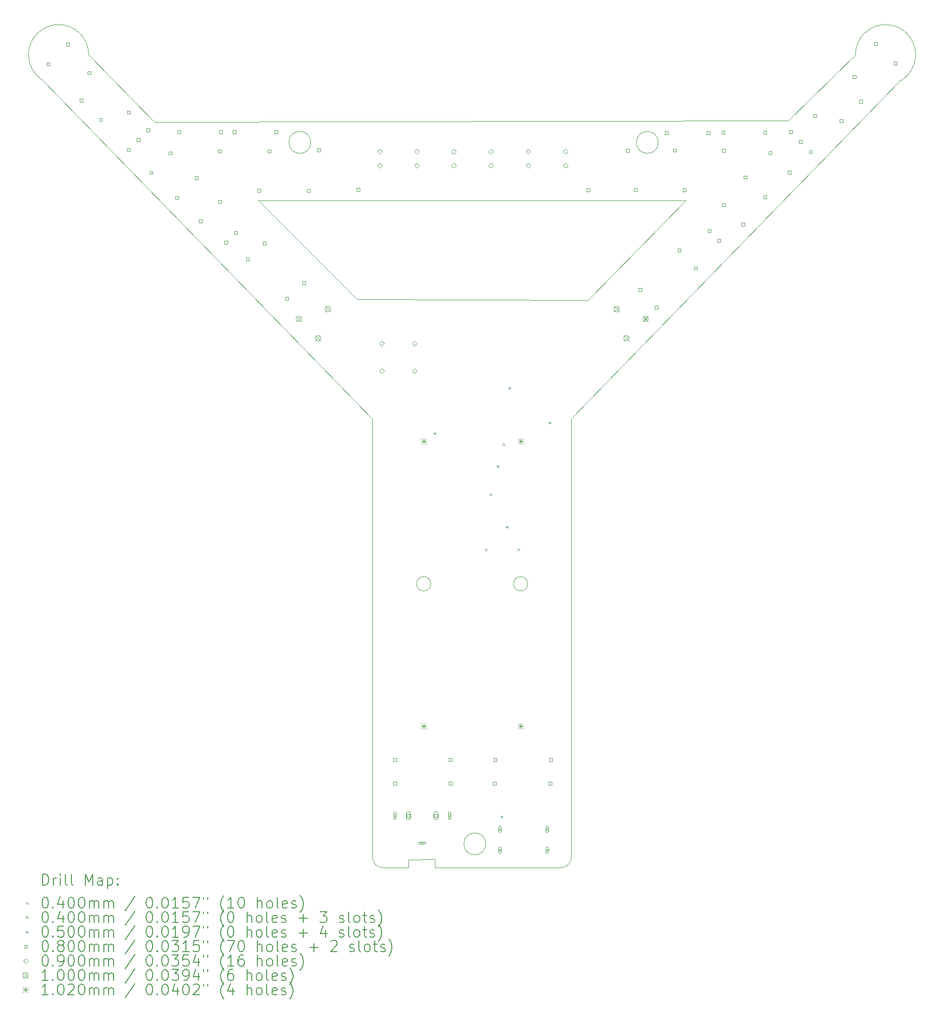
<source format=gbr>
%TF.GenerationSoftware,KiCad,Pcbnew,8.0.5*%
%TF.CreationDate,2025-02-07T15:20:14+08:00*%
%TF.ProjectId,bb,62622e6b-6963-4616-945f-706362585858,rev?*%
%TF.SameCoordinates,Original*%
%TF.FileFunction,Drillmap*%
%TF.FilePolarity,Positive*%
%FSLAX45Y45*%
G04 Gerber Fmt 4.5, Leading zero omitted, Abs format (unit mm)*
G04 Created by KiCad (PCBNEW 8.0.5) date 2025-02-07 15:20:14*
%MOMM*%
%LPD*%
G01*
G04 APERTURE LIST*
%ADD10C,0.100000*%
%ADD11C,0.200000*%
%ADD12C,0.102000*%
G04 APERTURE END LIST*
D10*
X12330000Y-18445000D02*
X10062779Y-18445771D01*
X9117023Y-18445000D02*
G75*
G02*
X8922000Y-18254810I-4773J190190D01*
G01*
X12550077Y-10249979D02*
X18539959Y-4099919D01*
X10990000Y-18010000D02*
G75*
G02*
X10590000Y-18010000I-200000J0D01*
G01*
X10590000Y-18010000D02*
G75*
G02*
X10990000Y-18010000I200000J0D01*
G01*
X10740000Y-6270000D02*
X6840000Y-6270000D01*
X16510000Y-4810000D02*
X4940000Y-4840000D01*
X12856878Y-8093122D02*
X14640000Y-6270000D01*
X2640000Y-3610000D02*
G75*
G02*
X3740000Y-3610000I550000J0D01*
G01*
X9580000Y-18296119D02*
X9588636Y-18296119D01*
X10062779Y-18445771D02*
X10062867Y-18295983D01*
X11756522Y-13265000D02*
G75*
G02*
X11496522Y-13265000I-130000J0D01*
G01*
X11496522Y-13265000D02*
G75*
G02*
X11756522Y-13265000I130000J0D01*
G01*
X7795000Y-5210000D02*
G75*
G02*
X7395000Y-5210000I-200000J0D01*
G01*
X7395000Y-5210000D02*
G75*
G02*
X7795000Y-5210000I200000J0D01*
G01*
X16510000Y-4810000D02*
X17740000Y-3610000D01*
X2901191Y-4078070D02*
X8920045Y-10254810D01*
X2901191Y-4078070D02*
G75*
G02*
X2640000Y-3610000I288809J468070D01*
G01*
X12363796Y-18445000D02*
X12350704Y-18445000D01*
X3740000Y-3610000D02*
X4940000Y-4840000D01*
X10740000Y-6270000D02*
X14640000Y-6270000D01*
X6840000Y-6270000D02*
X8643122Y-8073122D01*
X8922000Y-18254810D02*
X8920045Y-10254810D01*
X12553986Y-18249978D02*
X12550077Y-10249979D01*
X9987023Y-13265000D02*
G75*
G02*
X9727023Y-13265000I-130000J0D01*
G01*
X9727023Y-13265000D02*
G75*
G02*
X9987023Y-13265000I130000J0D01*
G01*
X14140000Y-5210000D02*
G75*
G02*
X13740000Y-5210000I-200000J0D01*
G01*
X13740000Y-5210000D02*
G75*
G02*
X14140000Y-5210000I200000J0D01*
G01*
X12856878Y-8093122D02*
X8643122Y-8073122D01*
X10062867Y-18295983D02*
X10040000Y-18295983D01*
X17740000Y-3610000D02*
G75*
G02*
X18840000Y-3610000I550000J0D01*
G01*
X10040000Y-18295983D02*
X9588636Y-18296119D01*
X9117023Y-18445000D02*
X9580000Y-18444992D01*
X9580000Y-18444992D02*
X9580000Y-18296119D01*
X12553986Y-18249978D02*
G75*
G02*
X12363796Y-18444996I-190186J-4772D01*
G01*
X18840000Y-3610000D02*
G75*
G02*
X18539959Y-4099919I-550000J0D01*
G01*
X12330000Y-18445000D02*
X12350704Y-18445000D01*
D11*
D10*
X10040000Y-10500000D02*
X10080000Y-10540000D01*
X10080000Y-10500000D02*
X10040000Y-10540000D01*
X10980000Y-12620000D02*
X11020000Y-12660000D01*
X11020000Y-12620000D02*
X10980000Y-12660000D01*
X11060000Y-11610000D02*
X11100000Y-11650000D01*
X11100000Y-11610000D02*
X11060000Y-11650000D01*
X11190000Y-11100000D02*
X11230000Y-11140000D01*
X11230000Y-11100000D02*
X11190000Y-11140000D01*
X11260000Y-17500000D02*
X11300000Y-17540000D01*
X11300000Y-17500000D02*
X11260000Y-17540000D01*
X11300000Y-10700000D02*
X11340000Y-10740000D01*
X11340000Y-10700000D02*
X11300000Y-10740000D01*
X11360000Y-12210000D02*
X11400000Y-12250000D01*
X11400000Y-12210000D02*
X11360000Y-12250000D01*
X11405000Y-9675000D02*
X11445000Y-9715000D01*
X11445000Y-9675000D02*
X11405000Y-9715000D01*
X11570000Y-12620000D02*
X11610000Y-12660000D01*
X11610000Y-12620000D02*
X11570000Y-12660000D01*
X12135000Y-10305000D02*
X12175000Y-10345000D01*
X12175000Y-10305000D02*
X12135000Y-10345000D01*
X9347023Y-17495000D02*
G75*
G02*
X9307023Y-17495000I-20000J0D01*
G01*
X9307023Y-17495000D02*
G75*
G02*
X9347023Y-17495000I20000J0D01*
G01*
X9307023Y-17445000D02*
X9307023Y-17545000D01*
X9347023Y-17545000D02*
G75*
G02*
X9307023Y-17545000I-20000J0D01*
G01*
X9347023Y-17545000D02*
X9347023Y-17445000D01*
X9347023Y-17445000D02*
G75*
G03*
X9307023Y-17445000I-20000J0D01*
G01*
X9847023Y-17995000D02*
G75*
G02*
X9807023Y-17995000I-20000J0D01*
G01*
X9807023Y-17995000D02*
G75*
G02*
X9847023Y-17995000I20000J0D01*
G01*
X9777023Y-18015000D02*
X9877023Y-18015000D01*
X9877023Y-17975000D02*
G75*
G02*
X9877023Y-18015000I0J-20000D01*
G01*
X9877023Y-17975000D02*
X9777023Y-17975000D01*
X9777023Y-17975000D02*
G75*
G03*
X9777023Y-18015000I0J-20000D01*
G01*
X10347023Y-17495000D02*
G75*
G02*
X10307023Y-17495000I-20000J0D01*
G01*
X10307023Y-17495000D02*
G75*
G02*
X10347023Y-17495000I20000J0D01*
G01*
X10347023Y-17545000D02*
X10347023Y-17445000D01*
X10307023Y-17445000D02*
G75*
G02*
X10347023Y-17445000I20000J0D01*
G01*
X10307023Y-17445000D02*
X10307023Y-17545000D01*
X10307023Y-17545000D02*
G75*
G03*
X10347023Y-17545000I20000J0D01*
G01*
X11245022Y-17720000D02*
X11245022Y-17770000D01*
X11220022Y-17745000D02*
X11270022Y-17745000D01*
X11220022Y-17710000D02*
X11220022Y-17780000D01*
X11270022Y-17780000D02*
G75*
G02*
X11220022Y-17780000I-25000J0D01*
G01*
X11270022Y-17780000D02*
X11270022Y-17710000D01*
X11270022Y-17710000D02*
G75*
G03*
X11220022Y-17710000I-25000J0D01*
G01*
X11245022Y-18100000D02*
X11245022Y-18150000D01*
X11220022Y-18125000D02*
X11270022Y-18125000D01*
X11220022Y-18090000D02*
X11220022Y-18160000D01*
X11270022Y-18160000D02*
G75*
G02*
X11220022Y-18160000I-25000J0D01*
G01*
X11270022Y-18160000D02*
X11270022Y-18090000D01*
X11270022Y-18090000D02*
G75*
G03*
X11220022Y-18090000I-25000J0D01*
G01*
X12109022Y-17720000D02*
X12109022Y-17770000D01*
X12084022Y-17745000D02*
X12134022Y-17745000D01*
X12084022Y-17710000D02*
X12084022Y-17780000D01*
X12134022Y-17780000D02*
G75*
G02*
X12084022Y-17780000I-25000J0D01*
G01*
X12134022Y-17780000D02*
X12134022Y-17710000D01*
X12134022Y-17710000D02*
G75*
G03*
X12084022Y-17710000I-25000J0D01*
G01*
X12109022Y-18100000D02*
X12109022Y-18150000D01*
X12084022Y-18125000D02*
X12134022Y-18125000D01*
X12084022Y-18090000D02*
X12084022Y-18160000D01*
X12134022Y-18160000D02*
G75*
G02*
X12084022Y-18160000I-25000J0D01*
G01*
X12134022Y-18160000D02*
X12134022Y-18090000D01*
X12134022Y-18090000D02*
G75*
G03*
X12084022Y-18090000I-25000J0D01*
G01*
X3029074Y-3807495D02*
X3029074Y-3750926D01*
X2972505Y-3750926D01*
X2972505Y-3807495D01*
X3029074Y-3807495D01*
X3388284Y-3448284D02*
X3388284Y-3391715D01*
X3331715Y-3391715D01*
X3331715Y-3448284D01*
X3388284Y-3448284D01*
X3631508Y-4471508D02*
X3631508Y-4414939D01*
X3574939Y-4414939D01*
X3574939Y-4471508D01*
X3631508Y-4471508D01*
X3779074Y-3969074D02*
X3779074Y-3912505D01*
X3722505Y-3912505D01*
X3722505Y-3969074D01*
X3779074Y-3969074D01*
X3985061Y-4825061D02*
X3985061Y-4768492D01*
X3928492Y-4768492D01*
X3928492Y-4825061D01*
X3985061Y-4825061D01*
X4494135Y-5373346D02*
X4494135Y-5316777D01*
X4437566Y-5316777D01*
X4437566Y-5373346D01*
X4494135Y-5373346D01*
X4497495Y-4687495D02*
X4497495Y-4630926D01*
X4440926Y-4630926D01*
X4440926Y-4687495D01*
X4497495Y-4687495D01*
X4673740Y-5193740D02*
X4673740Y-5137171D01*
X4617171Y-5137171D01*
X4617171Y-5193740D01*
X4673740Y-5193740D01*
X4853345Y-5014135D02*
X4853345Y-4957566D01*
X4796776Y-4957566D01*
X4796776Y-5014135D01*
X4853345Y-5014135D01*
X4908285Y-5788284D02*
X4908285Y-5731715D01*
X4851716Y-5731715D01*
X4851716Y-5788284D01*
X4908285Y-5788284D01*
X5261838Y-5434731D02*
X5261838Y-5378162D01*
X5205269Y-5378162D01*
X5205269Y-5434731D01*
X5261838Y-5434731D01*
X5378679Y-6247890D02*
X5378679Y-6191321D01*
X5322110Y-6191321D01*
X5322110Y-6247890D01*
X5378679Y-6247890D01*
X5417285Y-5048285D02*
X5417285Y-4991716D01*
X5360716Y-4991716D01*
X5360716Y-5048285D01*
X5417285Y-5048285D01*
X5737890Y-5888679D02*
X5737890Y-5832110D01*
X5681321Y-5832110D01*
X5681321Y-5888679D01*
X5737890Y-5888679D01*
X5811508Y-6675061D02*
X5811508Y-6618492D01*
X5754939Y-6618492D01*
X5754939Y-6675061D01*
X5811508Y-6675061D01*
X6159074Y-5399074D02*
X6159074Y-5342505D01*
X6102505Y-5342505D01*
X6102505Y-5399074D01*
X6159074Y-5399074D01*
X6165061Y-6321508D02*
X6165061Y-6264939D01*
X6108492Y-6264939D01*
X6108492Y-6321508D01*
X6165061Y-6321508D01*
X6179284Y-5048285D02*
X6179284Y-4991716D01*
X6122715Y-4991716D01*
X6122715Y-5048285D01*
X6179284Y-5048285D01*
X6273070Y-7063499D02*
X6273070Y-7006930D01*
X6216501Y-7006930D01*
X6216501Y-7063499D01*
X6273070Y-7063499D01*
X6427285Y-5048285D02*
X6427285Y-4991716D01*
X6370716Y-4991716D01*
X6370716Y-5048285D01*
X6427285Y-5048285D01*
X6449847Y-6886722D02*
X6449847Y-6830153D01*
X6393278Y-6830153D01*
X6393278Y-6886722D01*
X6449847Y-6886722D01*
X6669864Y-7369864D02*
X6669864Y-7313295D01*
X6613295Y-7313295D01*
X6613295Y-7369864D01*
X6669864Y-7369864D01*
X6877495Y-6117495D02*
X6877495Y-6060926D01*
X6820926Y-6060926D01*
X6820926Y-6117495D01*
X6877495Y-6117495D01*
X6979074Y-7079074D02*
X6979074Y-7022505D01*
X6922505Y-7022505D01*
X6922505Y-7079074D01*
X6979074Y-7079074D01*
X7064469Y-5399864D02*
X7064469Y-5343295D01*
X7007900Y-5343295D01*
X7007900Y-5399864D01*
X7064469Y-5399864D01*
X7189285Y-5048285D02*
X7189285Y-4991716D01*
X7132716Y-4991716D01*
X7132716Y-5048285D01*
X7189285Y-5048285D01*
X7388284Y-8088284D02*
X7388284Y-8031715D01*
X7331715Y-8031715D01*
X7331715Y-8088284D01*
X7388284Y-8088284D01*
X7697495Y-7797495D02*
X7697495Y-7740926D01*
X7640926Y-7740926D01*
X7640926Y-7797495D01*
X7697495Y-7797495D01*
X7782890Y-6118284D02*
X7782890Y-6061715D01*
X7726321Y-6061715D01*
X7726321Y-6118284D01*
X7782890Y-6118284D01*
X7969864Y-5379864D02*
X7969864Y-5323295D01*
X7913295Y-5323295D01*
X7913295Y-5379864D01*
X7969864Y-5379864D01*
X8688284Y-6098284D02*
X8688284Y-6041715D01*
X8631715Y-6041715D01*
X8631715Y-6098284D01*
X8688284Y-6098284D01*
X9357307Y-16503284D02*
X9357307Y-16446715D01*
X9300738Y-16446715D01*
X9300738Y-16503284D01*
X9357307Y-16503284D01*
X9357307Y-16933285D02*
X9357307Y-16876716D01*
X9300738Y-16876716D01*
X9300738Y-16933285D01*
X9357307Y-16933285D01*
X9605307Y-17523285D02*
X9605307Y-17466716D01*
X9548738Y-17466716D01*
X9548738Y-17523285D01*
X9605307Y-17523285D01*
X9537023Y-17460000D02*
X9537023Y-17530000D01*
X9617023Y-17530000D02*
G75*
G02*
X9537023Y-17530000I-40000J0D01*
G01*
X9617023Y-17530000D02*
X9617023Y-17460000D01*
X9617023Y-17460000D02*
G75*
G03*
X9537023Y-17460000I-40000J0D01*
G01*
X10105307Y-17523285D02*
X10105307Y-17466716D01*
X10048738Y-17466716D01*
X10048738Y-17523285D01*
X10105307Y-17523285D01*
X10117023Y-17530000D02*
X10117023Y-17460000D01*
X10037023Y-17460000D02*
G75*
G02*
X10117023Y-17460000I40000J0D01*
G01*
X10037023Y-17460000D02*
X10037023Y-17530000D01*
X10037023Y-17530000D02*
G75*
G03*
X10117023Y-17530000I40000J0D01*
G01*
X10373307Y-16503284D02*
X10373307Y-16446715D01*
X10316738Y-16446715D01*
X10316738Y-16503284D01*
X10373307Y-16503284D01*
X10373307Y-16933285D02*
X10373307Y-16876716D01*
X10316738Y-16876716D01*
X10316738Y-16933285D01*
X10373307Y-16933285D01*
X11177307Y-16933285D02*
X11177307Y-16876716D01*
X11120738Y-16876716D01*
X11120738Y-16933285D01*
X11177307Y-16933285D01*
X11189307Y-16503284D02*
X11189307Y-16446715D01*
X11132738Y-16446715D01*
X11132738Y-16503284D01*
X11189307Y-16503284D01*
X12193307Y-16933285D02*
X12193307Y-16876716D01*
X12136738Y-16876716D01*
X12136738Y-16933285D01*
X12193307Y-16933285D01*
X12205307Y-16503284D02*
X12205307Y-16446715D01*
X12148738Y-16446715D01*
X12148738Y-16503284D01*
X12205307Y-16503284D01*
X12889074Y-6107495D02*
X12889074Y-6050926D01*
X12832505Y-6050926D01*
X12832505Y-6107495D01*
X12889074Y-6107495D01*
X13607495Y-5389074D02*
X13607495Y-5332505D01*
X13550926Y-5332505D01*
X13550926Y-5389074D01*
X13607495Y-5389074D01*
X13749074Y-6102495D02*
X13749074Y-6045926D01*
X13692505Y-6045926D01*
X13692505Y-6102495D01*
X13749074Y-6102495D01*
X13834074Y-7927495D02*
X13834074Y-7870926D01*
X13777505Y-7870926D01*
X13777505Y-7927495D01*
X13834074Y-7927495D01*
X14134864Y-8251705D02*
X14134864Y-8195136D01*
X14078295Y-8195136D01*
X14078295Y-8251705D01*
X14134864Y-8251705D01*
X14316284Y-5068285D02*
X14316284Y-5011716D01*
X14259715Y-5011716D01*
X14259715Y-5068285D01*
X14316284Y-5068285D01*
X14467495Y-5384074D02*
X14467495Y-5327505D01*
X14410926Y-5327505D01*
X14410926Y-5384074D01*
X14467495Y-5384074D01*
X14552495Y-7209074D02*
X14552495Y-7152505D01*
X14495926Y-7152505D01*
X14495926Y-7209074D01*
X14552495Y-7209074D01*
X14644074Y-6106705D02*
X14644074Y-6050136D01*
X14587505Y-6050136D01*
X14587505Y-6106705D01*
X14644074Y-6106705D01*
X14853284Y-7533284D02*
X14853284Y-7476715D01*
X14796715Y-7476715D01*
X14796715Y-7533284D01*
X14853284Y-7533284D01*
X15078284Y-5068285D02*
X15078284Y-5011716D01*
X15021715Y-5011716D01*
X15021715Y-5068285D01*
X15078284Y-5068285D01*
X15101508Y-6851508D02*
X15101508Y-6794939D01*
X15044939Y-6794939D01*
X15044939Y-6851508D01*
X15101508Y-6851508D01*
X15278284Y-7028284D02*
X15278284Y-6971715D01*
X15221715Y-6971715D01*
X15221715Y-7028284D01*
X15278284Y-7028284D01*
X15356284Y-5058285D02*
X15356284Y-5001716D01*
X15299715Y-5001716D01*
X15299715Y-5058285D01*
X15356284Y-5058285D01*
X15359731Y-6379731D02*
X15359731Y-6323162D01*
X15303162Y-6323162D01*
X15303162Y-6379731D01*
X15359731Y-6379731D01*
X15362495Y-5388285D02*
X15362495Y-5331716D01*
X15305926Y-5331716D01*
X15305926Y-5388285D01*
X15362495Y-5388285D01*
X15713284Y-6733284D02*
X15713284Y-6676715D01*
X15656715Y-6676715D01*
X15656715Y-6733284D01*
X15713284Y-6733284D01*
X15758679Y-5873679D02*
X15758679Y-5817110D01*
X15702110Y-5817110D01*
X15702110Y-5873679D01*
X15758679Y-5873679D01*
X16117890Y-6232890D02*
X16117890Y-6176321D01*
X16061321Y-6176321D01*
X16061321Y-6232890D01*
X16117890Y-6232890D01*
X16118284Y-5058285D02*
X16118284Y-5001716D01*
X16061715Y-5001716D01*
X16061715Y-5058285D01*
X16118284Y-5058285D01*
X16211508Y-5431508D02*
X16211508Y-5374939D01*
X16154939Y-5374939D01*
X16154939Y-5431508D01*
X16211508Y-5431508D01*
X16565061Y-5785061D02*
X16565061Y-5728492D01*
X16508492Y-5728492D01*
X16508492Y-5785061D01*
X16565061Y-5785061D01*
X16589074Y-5049074D02*
X16589074Y-4992505D01*
X16532505Y-4992505D01*
X16532505Y-5049074D01*
X16589074Y-5049074D01*
X16768679Y-5228679D02*
X16768679Y-5172110D01*
X16712110Y-5172110D01*
X16712110Y-5228679D01*
X16768679Y-5228679D01*
X16948285Y-5408285D02*
X16948285Y-5351716D01*
X16891716Y-5351716D01*
X16891716Y-5408285D01*
X16948285Y-5408285D01*
X17029864Y-4756705D02*
X17029864Y-4700136D01*
X16973295Y-4700136D01*
X16973295Y-4756705D01*
X17029864Y-4756705D01*
X17511508Y-4845061D02*
X17511508Y-4788492D01*
X17454939Y-4788492D01*
X17454939Y-4845061D01*
X17511508Y-4845061D01*
X17748285Y-4038284D02*
X17748285Y-3981715D01*
X17691716Y-3981715D01*
X17691716Y-4038284D01*
X17748285Y-4038284D01*
X17865061Y-4491508D02*
X17865061Y-4434939D01*
X17808492Y-4434939D01*
X17808492Y-4491508D01*
X17865061Y-4491508D01*
X18139074Y-3439074D02*
X18139074Y-3382505D01*
X18082505Y-3382505D01*
X18082505Y-3439074D01*
X18139074Y-3439074D01*
X18498285Y-3798284D02*
X18498285Y-3741715D01*
X18441716Y-3741715D01*
X18441716Y-3798284D01*
X18498285Y-3798284D01*
X9055000Y-5421000D02*
X9100000Y-5376000D01*
X9055000Y-5331000D01*
X9010000Y-5376000D01*
X9055000Y-5421000D01*
X9055000Y-5675000D02*
X9100000Y-5630000D01*
X9055000Y-5585000D01*
X9010000Y-5630000D01*
X9055000Y-5675000D01*
X9090000Y-8925000D02*
X9135000Y-8880000D01*
X9090000Y-8835000D01*
X9045000Y-8880000D01*
X9090000Y-8925000D01*
X9090000Y-9425000D02*
X9135000Y-9380000D01*
X9090000Y-9335000D01*
X9045000Y-9380000D01*
X9090000Y-9425000D01*
X9690000Y-8925000D02*
X9735000Y-8880000D01*
X9690000Y-8835000D01*
X9645000Y-8880000D01*
X9690000Y-8925000D01*
X9690000Y-9425000D02*
X9735000Y-9380000D01*
X9690000Y-9335000D01*
X9645000Y-9380000D01*
X9690000Y-9425000D01*
X9730367Y-5421000D02*
X9775367Y-5376000D01*
X9730367Y-5331000D01*
X9685367Y-5376000D01*
X9730367Y-5421000D01*
X9730367Y-5675000D02*
X9775367Y-5630000D01*
X9730367Y-5585000D01*
X9685367Y-5630000D01*
X9730367Y-5675000D01*
X10405735Y-5421000D02*
X10450735Y-5376000D01*
X10405735Y-5331000D01*
X10360735Y-5376000D01*
X10405735Y-5421000D01*
X10405735Y-5675000D02*
X10450735Y-5630000D01*
X10405735Y-5585000D01*
X10360735Y-5630000D01*
X10405735Y-5675000D01*
X11083978Y-5421000D02*
X11128978Y-5376000D01*
X11083978Y-5331000D01*
X11038978Y-5376000D01*
X11083978Y-5421000D01*
X11083978Y-5675000D02*
X11128978Y-5630000D01*
X11083978Y-5585000D01*
X11038978Y-5630000D01*
X11083978Y-5675000D01*
X11763977Y-5421000D02*
X11808977Y-5376000D01*
X11763977Y-5331000D01*
X11718977Y-5376000D01*
X11763977Y-5421000D01*
X11763977Y-5675000D02*
X11808977Y-5630000D01*
X11763977Y-5585000D01*
X11718977Y-5630000D01*
X11763977Y-5675000D01*
X12443977Y-5421000D02*
X12488977Y-5376000D01*
X12443977Y-5331000D01*
X12398977Y-5376000D01*
X12443977Y-5421000D01*
X12443977Y-5675000D02*
X12488977Y-5630000D01*
X12443977Y-5585000D01*
X12398977Y-5630000D01*
X12443977Y-5675000D01*
X7525621Y-8380000D02*
X7625621Y-8480000D01*
X7625621Y-8380000D02*
X7525621Y-8480000D01*
X7625621Y-8430000D02*
G75*
G02*
X7525621Y-8430000I-50000J0D01*
G01*
X7525621Y-8430000D02*
G75*
G02*
X7625621Y-8430000I50000J0D01*
G01*
X7879174Y-8733553D02*
X7979174Y-8833553D01*
X7979174Y-8733553D02*
X7879174Y-8833553D01*
X7979174Y-8783553D02*
G75*
G02*
X7879174Y-8783553I-50000J0D01*
G01*
X7879174Y-8783553D02*
G75*
G02*
X7979174Y-8783553I50000J0D01*
G01*
X8055951Y-8203223D02*
X8155951Y-8303223D01*
X8155951Y-8203223D02*
X8055951Y-8303223D01*
X8155951Y-8253223D02*
G75*
G02*
X8055951Y-8253223I-50000J0D01*
G01*
X8055951Y-8253223D02*
G75*
G02*
X8155951Y-8253223I50000J0D01*
G01*
X13329670Y-8203223D02*
X13429670Y-8303223D01*
X13429670Y-8203223D02*
X13329670Y-8303223D01*
X13429670Y-8253223D02*
G75*
G02*
X13329670Y-8253223I-50000J0D01*
G01*
X13329670Y-8253223D02*
G75*
G02*
X13429670Y-8253223I50000J0D01*
G01*
X13506447Y-8733553D02*
X13606447Y-8833553D01*
X13606447Y-8733553D02*
X13506447Y-8833553D01*
X13606447Y-8783553D02*
G75*
G02*
X13506447Y-8783553I-50000J0D01*
G01*
X13506447Y-8783553D02*
G75*
G02*
X13606447Y-8783553I50000J0D01*
G01*
X13860000Y-8380000D02*
X13960000Y-8480000D01*
X13960000Y-8380000D02*
X13860000Y-8480000D01*
X13960000Y-8430000D02*
G75*
G02*
X13860000Y-8430000I-50000J0D01*
G01*
X13860000Y-8430000D02*
G75*
G02*
X13960000Y-8430000I50000J0D01*
G01*
D12*
X9806023Y-10615000D02*
X9908023Y-10717000D01*
X9908023Y-10615000D02*
X9806023Y-10717000D01*
X9857023Y-10615000D02*
X9857023Y-10717000D01*
X9806023Y-10666000D02*
X9908023Y-10666000D01*
X9806023Y-15814000D02*
X9908023Y-15916000D01*
X9908023Y-15814000D02*
X9806023Y-15916000D01*
X9857023Y-15814000D02*
X9857023Y-15916000D01*
X9806023Y-15865000D02*
X9908023Y-15865000D01*
X11575522Y-10615000D02*
X11677522Y-10717000D01*
X11677522Y-10615000D02*
X11575522Y-10717000D01*
X11626522Y-10615000D02*
X11626522Y-10717000D01*
X11575522Y-10666000D02*
X11677522Y-10666000D01*
X11575522Y-15814000D02*
X11677522Y-15916000D01*
X11677522Y-15814000D02*
X11575522Y-15916000D01*
X11626522Y-15814000D02*
X11626522Y-15916000D01*
X11575522Y-15865000D02*
X11677522Y-15865000D01*
D11*
X2895777Y-18762255D02*
X2895777Y-18562255D01*
X2895777Y-18562255D02*
X2943396Y-18562255D01*
X2943396Y-18562255D02*
X2971967Y-18571779D01*
X2971967Y-18571779D02*
X2991015Y-18590826D01*
X2991015Y-18590826D02*
X3000539Y-18609874D01*
X3000539Y-18609874D02*
X3010062Y-18647969D01*
X3010062Y-18647969D02*
X3010062Y-18676541D01*
X3010062Y-18676541D02*
X3000539Y-18714636D01*
X3000539Y-18714636D02*
X2991015Y-18733683D01*
X2991015Y-18733683D02*
X2971967Y-18752731D01*
X2971967Y-18752731D02*
X2943396Y-18762255D01*
X2943396Y-18762255D02*
X2895777Y-18762255D01*
X3095777Y-18762255D02*
X3095777Y-18628921D01*
X3095777Y-18667017D02*
X3105301Y-18647969D01*
X3105301Y-18647969D02*
X3114824Y-18638445D01*
X3114824Y-18638445D02*
X3133872Y-18628921D01*
X3133872Y-18628921D02*
X3152920Y-18628921D01*
X3219586Y-18762255D02*
X3219586Y-18628921D01*
X3219586Y-18562255D02*
X3210062Y-18571779D01*
X3210062Y-18571779D02*
X3219586Y-18581302D01*
X3219586Y-18581302D02*
X3229110Y-18571779D01*
X3229110Y-18571779D02*
X3219586Y-18562255D01*
X3219586Y-18562255D02*
X3219586Y-18581302D01*
X3343396Y-18762255D02*
X3324348Y-18752731D01*
X3324348Y-18752731D02*
X3314824Y-18733683D01*
X3314824Y-18733683D02*
X3314824Y-18562255D01*
X3448158Y-18762255D02*
X3429110Y-18752731D01*
X3429110Y-18752731D02*
X3419586Y-18733683D01*
X3419586Y-18733683D02*
X3419586Y-18562255D01*
X3676729Y-18762255D02*
X3676729Y-18562255D01*
X3676729Y-18562255D02*
X3743396Y-18705112D01*
X3743396Y-18705112D02*
X3810062Y-18562255D01*
X3810062Y-18562255D02*
X3810062Y-18762255D01*
X3991015Y-18762255D02*
X3991015Y-18657493D01*
X3991015Y-18657493D02*
X3981491Y-18638445D01*
X3981491Y-18638445D02*
X3962443Y-18628921D01*
X3962443Y-18628921D02*
X3924348Y-18628921D01*
X3924348Y-18628921D02*
X3905301Y-18638445D01*
X3991015Y-18752731D02*
X3971967Y-18762255D01*
X3971967Y-18762255D02*
X3924348Y-18762255D01*
X3924348Y-18762255D02*
X3905301Y-18752731D01*
X3905301Y-18752731D02*
X3895777Y-18733683D01*
X3895777Y-18733683D02*
X3895777Y-18714636D01*
X3895777Y-18714636D02*
X3905301Y-18695588D01*
X3905301Y-18695588D02*
X3924348Y-18686064D01*
X3924348Y-18686064D02*
X3971967Y-18686064D01*
X3971967Y-18686064D02*
X3991015Y-18676541D01*
X4086253Y-18628921D02*
X4086253Y-18828921D01*
X4086253Y-18638445D02*
X4105301Y-18628921D01*
X4105301Y-18628921D02*
X4143396Y-18628921D01*
X4143396Y-18628921D02*
X4162443Y-18638445D01*
X4162443Y-18638445D02*
X4171967Y-18647969D01*
X4171967Y-18647969D02*
X4181491Y-18667017D01*
X4181491Y-18667017D02*
X4181491Y-18724160D01*
X4181491Y-18724160D02*
X4171967Y-18743207D01*
X4171967Y-18743207D02*
X4162443Y-18752731D01*
X4162443Y-18752731D02*
X4143396Y-18762255D01*
X4143396Y-18762255D02*
X4105301Y-18762255D01*
X4105301Y-18762255D02*
X4086253Y-18752731D01*
X4267205Y-18743207D02*
X4276729Y-18752731D01*
X4276729Y-18752731D02*
X4267205Y-18762255D01*
X4267205Y-18762255D02*
X4257682Y-18752731D01*
X4257682Y-18752731D02*
X4267205Y-18743207D01*
X4267205Y-18743207D02*
X4267205Y-18762255D01*
X4267205Y-18638445D02*
X4276729Y-18647969D01*
X4276729Y-18647969D02*
X4267205Y-18657493D01*
X4267205Y-18657493D02*
X4257682Y-18647969D01*
X4257682Y-18647969D02*
X4267205Y-18638445D01*
X4267205Y-18638445D02*
X4267205Y-18657493D01*
D10*
X2595000Y-19070771D02*
X2635000Y-19110771D01*
X2635000Y-19070771D02*
X2595000Y-19110771D01*
D11*
X2933872Y-18982255D02*
X2952920Y-18982255D01*
X2952920Y-18982255D02*
X2971967Y-18991779D01*
X2971967Y-18991779D02*
X2981491Y-19001302D01*
X2981491Y-19001302D02*
X2991015Y-19020350D01*
X2991015Y-19020350D02*
X3000539Y-19058445D01*
X3000539Y-19058445D02*
X3000539Y-19106064D01*
X3000539Y-19106064D02*
X2991015Y-19144160D01*
X2991015Y-19144160D02*
X2981491Y-19163207D01*
X2981491Y-19163207D02*
X2971967Y-19172731D01*
X2971967Y-19172731D02*
X2952920Y-19182255D01*
X2952920Y-19182255D02*
X2933872Y-19182255D01*
X2933872Y-19182255D02*
X2914824Y-19172731D01*
X2914824Y-19172731D02*
X2905301Y-19163207D01*
X2905301Y-19163207D02*
X2895777Y-19144160D01*
X2895777Y-19144160D02*
X2886253Y-19106064D01*
X2886253Y-19106064D02*
X2886253Y-19058445D01*
X2886253Y-19058445D02*
X2895777Y-19020350D01*
X2895777Y-19020350D02*
X2905301Y-19001302D01*
X2905301Y-19001302D02*
X2914824Y-18991779D01*
X2914824Y-18991779D02*
X2933872Y-18982255D01*
X3086253Y-19163207D02*
X3095777Y-19172731D01*
X3095777Y-19172731D02*
X3086253Y-19182255D01*
X3086253Y-19182255D02*
X3076729Y-19172731D01*
X3076729Y-19172731D02*
X3086253Y-19163207D01*
X3086253Y-19163207D02*
X3086253Y-19182255D01*
X3267205Y-19048921D02*
X3267205Y-19182255D01*
X3219586Y-18972731D02*
X3171967Y-19115588D01*
X3171967Y-19115588D02*
X3295777Y-19115588D01*
X3410062Y-18982255D02*
X3429110Y-18982255D01*
X3429110Y-18982255D02*
X3448158Y-18991779D01*
X3448158Y-18991779D02*
X3457682Y-19001302D01*
X3457682Y-19001302D02*
X3467205Y-19020350D01*
X3467205Y-19020350D02*
X3476729Y-19058445D01*
X3476729Y-19058445D02*
X3476729Y-19106064D01*
X3476729Y-19106064D02*
X3467205Y-19144160D01*
X3467205Y-19144160D02*
X3457682Y-19163207D01*
X3457682Y-19163207D02*
X3448158Y-19172731D01*
X3448158Y-19172731D02*
X3429110Y-19182255D01*
X3429110Y-19182255D02*
X3410062Y-19182255D01*
X3410062Y-19182255D02*
X3391015Y-19172731D01*
X3391015Y-19172731D02*
X3381491Y-19163207D01*
X3381491Y-19163207D02*
X3371967Y-19144160D01*
X3371967Y-19144160D02*
X3362443Y-19106064D01*
X3362443Y-19106064D02*
X3362443Y-19058445D01*
X3362443Y-19058445D02*
X3371967Y-19020350D01*
X3371967Y-19020350D02*
X3381491Y-19001302D01*
X3381491Y-19001302D02*
X3391015Y-18991779D01*
X3391015Y-18991779D02*
X3410062Y-18982255D01*
X3600539Y-18982255D02*
X3619586Y-18982255D01*
X3619586Y-18982255D02*
X3638634Y-18991779D01*
X3638634Y-18991779D02*
X3648158Y-19001302D01*
X3648158Y-19001302D02*
X3657682Y-19020350D01*
X3657682Y-19020350D02*
X3667205Y-19058445D01*
X3667205Y-19058445D02*
X3667205Y-19106064D01*
X3667205Y-19106064D02*
X3657682Y-19144160D01*
X3657682Y-19144160D02*
X3648158Y-19163207D01*
X3648158Y-19163207D02*
X3638634Y-19172731D01*
X3638634Y-19172731D02*
X3619586Y-19182255D01*
X3619586Y-19182255D02*
X3600539Y-19182255D01*
X3600539Y-19182255D02*
X3581491Y-19172731D01*
X3581491Y-19172731D02*
X3571967Y-19163207D01*
X3571967Y-19163207D02*
X3562443Y-19144160D01*
X3562443Y-19144160D02*
X3552920Y-19106064D01*
X3552920Y-19106064D02*
X3552920Y-19058445D01*
X3552920Y-19058445D02*
X3562443Y-19020350D01*
X3562443Y-19020350D02*
X3571967Y-19001302D01*
X3571967Y-19001302D02*
X3581491Y-18991779D01*
X3581491Y-18991779D02*
X3600539Y-18982255D01*
X3752920Y-19182255D02*
X3752920Y-19048921D01*
X3752920Y-19067969D02*
X3762443Y-19058445D01*
X3762443Y-19058445D02*
X3781491Y-19048921D01*
X3781491Y-19048921D02*
X3810063Y-19048921D01*
X3810063Y-19048921D02*
X3829110Y-19058445D01*
X3829110Y-19058445D02*
X3838634Y-19077493D01*
X3838634Y-19077493D02*
X3838634Y-19182255D01*
X3838634Y-19077493D02*
X3848158Y-19058445D01*
X3848158Y-19058445D02*
X3867205Y-19048921D01*
X3867205Y-19048921D02*
X3895777Y-19048921D01*
X3895777Y-19048921D02*
X3914824Y-19058445D01*
X3914824Y-19058445D02*
X3924348Y-19077493D01*
X3924348Y-19077493D02*
X3924348Y-19182255D01*
X4019586Y-19182255D02*
X4019586Y-19048921D01*
X4019586Y-19067969D02*
X4029110Y-19058445D01*
X4029110Y-19058445D02*
X4048158Y-19048921D01*
X4048158Y-19048921D02*
X4076729Y-19048921D01*
X4076729Y-19048921D02*
X4095777Y-19058445D01*
X4095777Y-19058445D02*
X4105301Y-19077493D01*
X4105301Y-19077493D02*
X4105301Y-19182255D01*
X4105301Y-19077493D02*
X4114824Y-19058445D01*
X4114824Y-19058445D02*
X4133872Y-19048921D01*
X4133872Y-19048921D02*
X4162443Y-19048921D01*
X4162443Y-19048921D02*
X4181491Y-19058445D01*
X4181491Y-19058445D02*
X4191015Y-19077493D01*
X4191015Y-19077493D02*
X4191015Y-19182255D01*
X4581491Y-18972731D02*
X4410063Y-19229874D01*
X4838634Y-18982255D02*
X4857682Y-18982255D01*
X4857682Y-18982255D02*
X4876729Y-18991779D01*
X4876729Y-18991779D02*
X4886253Y-19001302D01*
X4886253Y-19001302D02*
X4895777Y-19020350D01*
X4895777Y-19020350D02*
X4905301Y-19058445D01*
X4905301Y-19058445D02*
X4905301Y-19106064D01*
X4905301Y-19106064D02*
X4895777Y-19144160D01*
X4895777Y-19144160D02*
X4886253Y-19163207D01*
X4886253Y-19163207D02*
X4876729Y-19172731D01*
X4876729Y-19172731D02*
X4857682Y-19182255D01*
X4857682Y-19182255D02*
X4838634Y-19182255D01*
X4838634Y-19182255D02*
X4819587Y-19172731D01*
X4819587Y-19172731D02*
X4810063Y-19163207D01*
X4810063Y-19163207D02*
X4800539Y-19144160D01*
X4800539Y-19144160D02*
X4791015Y-19106064D01*
X4791015Y-19106064D02*
X4791015Y-19058445D01*
X4791015Y-19058445D02*
X4800539Y-19020350D01*
X4800539Y-19020350D02*
X4810063Y-19001302D01*
X4810063Y-19001302D02*
X4819587Y-18991779D01*
X4819587Y-18991779D02*
X4838634Y-18982255D01*
X4991015Y-19163207D02*
X5000539Y-19172731D01*
X5000539Y-19172731D02*
X4991015Y-19182255D01*
X4991015Y-19182255D02*
X4981491Y-19172731D01*
X4981491Y-19172731D02*
X4991015Y-19163207D01*
X4991015Y-19163207D02*
X4991015Y-19182255D01*
X5124348Y-18982255D02*
X5143396Y-18982255D01*
X5143396Y-18982255D02*
X5162444Y-18991779D01*
X5162444Y-18991779D02*
X5171968Y-19001302D01*
X5171968Y-19001302D02*
X5181491Y-19020350D01*
X5181491Y-19020350D02*
X5191015Y-19058445D01*
X5191015Y-19058445D02*
X5191015Y-19106064D01*
X5191015Y-19106064D02*
X5181491Y-19144160D01*
X5181491Y-19144160D02*
X5171968Y-19163207D01*
X5171968Y-19163207D02*
X5162444Y-19172731D01*
X5162444Y-19172731D02*
X5143396Y-19182255D01*
X5143396Y-19182255D02*
X5124348Y-19182255D01*
X5124348Y-19182255D02*
X5105301Y-19172731D01*
X5105301Y-19172731D02*
X5095777Y-19163207D01*
X5095777Y-19163207D02*
X5086253Y-19144160D01*
X5086253Y-19144160D02*
X5076729Y-19106064D01*
X5076729Y-19106064D02*
X5076729Y-19058445D01*
X5076729Y-19058445D02*
X5086253Y-19020350D01*
X5086253Y-19020350D02*
X5095777Y-19001302D01*
X5095777Y-19001302D02*
X5105301Y-18991779D01*
X5105301Y-18991779D02*
X5124348Y-18982255D01*
X5381491Y-19182255D02*
X5267206Y-19182255D01*
X5324348Y-19182255D02*
X5324348Y-18982255D01*
X5324348Y-18982255D02*
X5305301Y-19010826D01*
X5305301Y-19010826D02*
X5286253Y-19029874D01*
X5286253Y-19029874D02*
X5267206Y-19039398D01*
X5562444Y-18982255D02*
X5467206Y-18982255D01*
X5467206Y-18982255D02*
X5457682Y-19077493D01*
X5457682Y-19077493D02*
X5467206Y-19067969D01*
X5467206Y-19067969D02*
X5486253Y-19058445D01*
X5486253Y-19058445D02*
X5533872Y-19058445D01*
X5533872Y-19058445D02*
X5552920Y-19067969D01*
X5552920Y-19067969D02*
X5562444Y-19077493D01*
X5562444Y-19077493D02*
X5571968Y-19096541D01*
X5571968Y-19096541D02*
X5571968Y-19144160D01*
X5571968Y-19144160D02*
X5562444Y-19163207D01*
X5562444Y-19163207D02*
X5552920Y-19172731D01*
X5552920Y-19172731D02*
X5533872Y-19182255D01*
X5533872Y-19182255D02*
X5486253Y-19182255D01*
X5486253Y-19182255D02*
X5467206Y-19172731D01*
X5467206Y-19172731D02*
X5457682Y-19163207D01*
X5638634Y-18982255D02*
X5771967Y-18982255D01*
X5771967Y-18982255D02*
X5686253Y-19182255D01*
X5838634Y-18982255D02*
X5838634Y-19020350D01*
X5914825Y-18982255D02*
X5914825Y-19020350D01*
X6210063Y-19258445D02*
X6200539Y-19248921D01*
X6200539Y-19248921D02*
X6181491Y-19220350D01*
X6181491Y-19220350D02*
X6171968Y-19201302D01*
X6171968Y-19201302D02*
X6162444Y-19172731D01*
X6162444Y-19172731D02*
X6152920Y-19125112D01*
X6152920Y-19125112D02*
X6152920Y-19087017D01*
X6152920Y-19087017D02*
X6162444Y-19039398D01*
X6162444Y-19039398D02*
X6171968Y-19010826D01*
X6171968Y-19010826D02*
X6181491Y-18991779D01*
X6181491Y-18991779D02*
X6200539Y-18963207D01*
X6200539Y-18963207D02*
X6210063Y-18953683D01*
X6391015Y-19182255D02*
X6276729Y-19182255D01*
X6333872Y-19182255D02*
X6333872Y-18982255D01*
X6333872Y-18982255D02*
X6314825Y-19010826D01*
X6314825Y-19010826D02*
X6295777Y-19029874D01*
X6295777Y-19029874D02*
X6276729Y-19039398D01*
X6514825Y-18982255D02*
X6533872Y-18982255D01*
X6533872Y-18982255D02*
X6552920Y-18991779D01*
X6552920Y-18991779D02*
X6562444Y-19001302D01*
X6562444Y-19001302D02*
X6571968Y-19020350D01*
X6571968Y-19020350D02*
X6581491Y-19058445D01*
X6581491Y-19058445D02*
X6581491Y-19106064D01*
X6581491Y-19106064D02*
X6571968Y-19144160D01*
X6571968Y-19144160D02*
X6562444Y-19163207D01*
X6562444Y-19163207D02*
X6552920Y-19172731D01*
X6552920Y-19172731D02*
X6533872Y-19182255D01*
X6533872Y-19182255D02*
X6514825Y-19182255D01*
X6514825Y-19182255D02*
X6495777Y-19172731D01*
X6495777Y-19172731D02*
X6486253Y-19163207D01*
X6486253Y-19163207D02*
X6476729Y-19144160D01*
X6476729Y-19144160D02*
X6467206Y-19106064D01*
X6467206Y-19106064D02*
X6467206Y-19058445D01*
X6467206Y-19058445D02*
X6476729Y-19020350D01*
X6476729Y-19020350D02*
X6486253Y-19001302D01*
X6486253Y-19001302D02*
X6495777Y-18991779D01*
X6495777Y-18991779D02*
X6514825Y-18982255D01*
X6819587Y-19182255D02*
X6819587Y-18982255D01*
X6905301Y-19182255D02*
X6905301Y-19077493D01*
X6905301Y-19077493D02*
X6895777Y-19058445D01*
X6895777Y-19058445D02*
X6876730Y-19048921D01*
X6876730Y-19048921D02*
X6848158Y-19048921D01*
X6848158Y-19048921D02*
X6829110Y-19058445D01*
X6829110Y-19058445D02*
X6819587Y-19067969D01*
X7029110Y-19182255D02*
X7010063Y-19172731D01*
X7010063Y-19172731D02*
X7000539Y-19163207D01*
X7000539Y-19163207D02*
X6991015Y-19144160D01*
X6991015Y-19144160D02*
X6991015Y-19087017D01*
X6991015Y-19087017D02*
X7000539Y-19067969D01*
X7000539Y-19067969D02*
X7010063Y-19058445D01*
X7010063Y-19058445D02*
X7029110Y-19048921D01*
X7029110Y-19048921D02*
X7057682Y-19048921D01*
X7057682Y-19048921D02*
X7076730Y-19058445D01*
X7076730Y-19058445D02*
X7086253Y-19067969D01*
X7086253Y-19067969D02*
X7095777Y-19087017D01*
X7095777Y-19087017D02*
X7095777Y-19144160D01*
X7095777Y-19144160D02*
X7086253Y-19163207D01*
X7086253Y-19163207D02*
X7076730Y-19172731D01*
X7076730Y-19172731D02*
X7057682Y-19182255D01*
X7057682Y-19182255D02*
X7029110Y-19182255D01*
X7210063Y-19182255D02*
X7191015Y-19172731D01*
X7191015Y-19172731D02*
X7181491Y-19153683D01*
X7181491Y-19153683D02*
X7181491Y-18982255D01*
X7362444Y-19172731D02*
X7343396Y-19182255D01*
X7343396Y-19182255D02*
X7305301Y-19182255D01*
X7305301Y-19182255D02*
X7286253Y-19172731D01*
X7286253Y-19172731D02*
X7276730Y-19153683D01*
X7276730Y-19153683D02*
X7276730Y-19077493D01*
X7276730Y-19077493D02*
X7286253Y-19058445D01*
X7286253Y-19058445D02*
X7305301Y-19048921D01*
X7305301Y-19048921D02*
X7343396Y-19048921D01*
X7343396Y-19048921D02*
X7362444Y-19058445D01*
X7362444Y-19058445D02*
X7371968Y-19077493D01*
X7371968Y-19077493D02*
X7371968Y-19096541D01*
X7371968Y-19096541D02*
X7276730Y-19115588D01*
X7448158Y-19172731D02*
X7467206Y-19182255D01*
X7467206Y-19182255D02*
X7505301Y-19182255D01*
X7505301Y-19182255D02*
X7524349Y-19172731D01*
X7524349Y-19172731D02*
X7533872Y-19153683D01*
X7533872Y-19153683D02*
X7533872Y-19144160D01*
X7533872Y-19144160D02*
X7524349Y-19125112D01*
X7524349Y-19125112D02*
X7505301Y-19115588D01*
X7505301Y-19115588D02*
X7476730Y-19115588D01*
X7476730Y-19115588D02*
X7457682Y-19106064D01*
X7457682Y-19106064D02*
X7448158Y-19087017D01*
X7448158Y-19087017D02*
X7448158Y-19077493D01*
X7448158Y-19077493D02*
X7457682Y-19058445D01*
X7457682Y-19058445D02*
X7476730Y-19048921D01*
X7476730Y-19048921D02*
X7505301Y-19048921D01*
X7505301Y-19048921D02*
X7524349Y-19058445D01*
X7600539Y-19258445D02*
X7610063Y-19248921D01*
X7610063Y-19248921D02*
X7629111Y-19220350D01*
X7629111Y-19220350D02*
X7638634Y-19201302D01*
X7638634Y-19201302D02*
X7648158Y-19172731D01*
X7648158Y-19172731D02*
X7657682Y-19125112D01*
X7657682Y-19125112D02*
X7657682Y-19087017D01*
X7657682Y-19087017D02*
X7648158Y-19039398D01*
X7648158Y-19039398D02*
X7638634Y-19010826D01*
X7638634Y-19010826D02*
X7629111Y-18991779D01*
X7629111Y-18991779D02*
X7610063Y-18963207D01*
X7610063Y-18963207D02*
X7600539Y-18953683D01*
D10*
X2635000Y-19354771D02*
G75*
G02*
X2595000Y-19354771I-20000J0D01*
G01*
X2595000Y-19354771D02*
G75*
G02*
X2635000Y-19354771I20000J0D01*
G01*
D11*
X2933872Y-19246255D02*
X2952920Y-19246255D01*
X2952920Y-19246255D02*
X2971967Y-19255779D01*
X2971967Y-19255779D02*
X2981491Y-19265302D01*
X2981491Y-19265302D02*
X2991015Y-19284350D01*
X2991015Y-19284350D02*
X3000539Y-19322445D01*
X3000539Y-19322445D02*
X3000539Y-19370064D01*
X3000539Y-19370064D02*
X2991015Y-19408160D01*
X2991015Y-19408160D02*
X2981491Y-19427207D01*
X2981491Y-19427207D02*
X2971967Y-19436731D01*
X2971967Y-19436731D02*
X2952920Y-19446255D01*
X2952920Y-19446255D02*
X2933872Y-19446255D01*
X2933872Y-19446255D02*
X2914824Y-19436731D01*
X2914824Y-19436731D02*
X2905301Y-19427207D01*
X2905301Y-19427207D02*
X2895777Y-19408160D01*
X2895777Y-19408160D02*
X2886253Y-19370064D01*
X2886253Y-19370064D02*
X2886253Y-19322445D01*
X2886253Y-19322445D02*
X2895777Y-19284350D01*
X2895777Y-19284350D02*
X2905301Y-19265302D01*
X2905301Y-19265302D02*
X2914824Y-19255779D01*
X2914824Y-19255779D02*
X2933872Y-19246255D01*
X3086253Y-19427207D02*
X3095777Y-19436731D01*
X3095777Y-19436731D02*
X3086253Y-19446255D01*
X3086253Y-19446255D02*
X3076729Y-19436731D01*
X3076729Y-19436731D02*
X3086253Y-19427207D01*
X3086253Y-19427207D02*
X3086253Y-19446255D01*
X3267205Y-19312921D02*
X3267205Y-19446255D01*
X3219586Y-19236731D02*
X3171967Y-19379588D01*
X3171967Y-19379588D02*
X3295777Y-19379588D01*
X3410062Y-19246255D02*
X3429110Y-19246255D01*
X3429110Y-19246255D02*
X3448158Y-19255779D01*
X3448158Y-19255779D02*
X3457682Y-19265302D01*
X3457682Y-19265302D02*
X3467205Y-19284350D01*
X3467205Y-19284350D02*
X3476729Y-19322445D01*
X3476729Y-19322445D02*
X3476729Y-19370064D01*
X3476729Y-19370064D02*
X3467205Y-19408160D01*
X3467205Y-19408160D02*
X3457682Y-19427207D01*
X3457682Y-19427207D02*
X3448158Y-19436731D01*
X3448158Y-19436731D02*
X3429110Y-19446255D01*
X3429110Y-19446255D02*
X3410062Y-19446255D01*
X3410062Y-19446255D02*
X3391015Y-19436731D01*
X3391015Y-19436731D02*
X3381491Y-19427207D01*
X3381491Y-19427207D02*
X3371967Y-19408160D01*
X3371967Y-19408160D02*
X3362443Y-19370064D01*
X3362443Y-19370064D02*
X3362443Y-19322445D01*
X3362443Y-19322445D02*
X3371967Y-19284350D01*
X3371967Y-19284350D02*
X3381491Y-19265302D01*
X3381491Y-19265302D02*
X3391015Y-19255779D01*
X3391015Y-19255779D02*
X3410062Y-19246255D01*
X3600539Y-19246255D02*
X3619586Y-19246255D01*
X3619586Y-19246255D02*
X3638634Y-19255779D01*
X3638634Y-19255779D02*
X3648158Y-19265302D01*
X3648158Y-19265302D02*
X3657682Y-19284350D01*
X3657682Y-19284350D02*
X3667205Y-19322445D01*
X3667205Y-19322445D02*
X3667205Y-19370064D01*
X3667205Y-19370064D02*
X3657682Y-19408160D01*
X3657682Y-19408160D02*
X3648158Y-19427207D01*
X3648158Y-19427207D02*
X3638634Y-19436731D01*
X3638634Y-19436731D02*
X3619586Y-19446255D01*
X3619586Y-19446255D02*
X3600539Y-19446255D01*
X3600539Y-19446255D02*
X3581491Y-19436731D01*
X3581491Y-19436731D02*
X3571967Y-19427207D01*
X3571967Y-19427207D02*
X3562443Y-19408160D01*
X3562443Y-19408160D02*
X3552920Y-19370064D01*
X3552920Y-19370064D02*
X3552920Y-19322445D01*
X3552920Y-19322445D02*
X3562443Y-19284350D01*
X3562443Y-19284350D02*
X3571967Y-19265302D01*
X3571967Y-19265302D02*
X3581491Y-19255779D01*
X3581491Y-19255779D02*
X3600539Y-19246255D01*
X3752920Y-19446255D02*
X3752920Y-19312921D01*
X3752920Y-19331969D02*
X3762443Y-19322445D01*
X3762443Y-19322445D02*
X3781491Y-19312921D01*
X3781491Y-19312921D02*
X3810063Y-19312921D01*
X3810063Y-19312921D02*
X3829110Y-19322445D01*
X3829110Y-19322445D02*
X3838634Y-19341493D01*
X3838634Y-19341493D02*
X3838634Y-19446255D01*
X3838634Y-19341493D02*
X3848158Y-19322445D01*
X3848158Y-19322445D02*
X3867205Y-19312921D01*
X3867205Y-19312921D02*
X3895777Y-19312921D01*
X3895777Y-19312921D02*
X3914824Y-19322445D01*
X3914824Y-19322445D02*
X3924348Y-19341493D01*
X3924348Y-19341493D02*
X3924348Y-19446255D01*
X4019586Y-19446255D02*
X4019586Y-19312921D01*
X4019586Y-19331969D02*
X4029110Y-19322445D01*
X4029110Y-19322445D02*
X4048158Y-19312921D01*
X4048158Y-19312921D02*
X4076729Y-19312921D01*
X4076729Y-19312921D02*
X4095777Y-19322445D01*
X4095777Y-19322445D02*
X4105301Y-19341493D01*
X4105301Y-19341493D02*
X4105301Y-19446255D01*
X4105301Y-19341493D02*
X4114824Y-19322445D01*
X4114824Y-19322445D02*
X4133872Y-19312921D01*
X4133872Y-19312921D02*
X4162443Y-19312921D01*
X4162443Y-19312921D02*
X4181491Y-19322445D01*
X4181491Y-19322445D02*
X4191015Y-19341493D01*
X4191015Y-19341493D02*
X4191015Y-19446255D01*
X4581491Y-19236731D02*
X4410063Y-19493874D01*
X4838634Y-19246255D02*
X4857682Y-19246255D01*
X4857682Y-19246255D02*
X4876729Y-19255779D01*
X4876729Y-19255779D02*
X4886253Y-19265302D01*
X4886253Y-19265302D02*
X4895777Y-19284350D01*
X4895777Y-19284350D02*
X4905301Y-19322445D01*
X4905301Y-19322445D02*
X4905301Y-19370064D01*
X4905301Y-19370064D02*
X4895777Y-19408160D01*
X4895777Y-19408160D02*
X4886253Y-19427207D01*
X4886253Y-19427207D02*
X4876729Y-19436731D01*
X4876729Y-19436731D02*
X4857682Y-19446255D01*
X4857682Y-19446255D02*
X4838634Y-19446255D01*
X4838634Y-19446255D02*
X4819587Y-19436731D01*
X4819587Y-19436731D02*
X4810063Y-19427207D01*
X4810063Y-19427207D02*
X4800539Y-19408160D01*
X4800539Y-19408160D02*
X4791015Y-19370064D01*
X4791015Y-19370064D02*
X4791015Y-19322445D01*
X4791015Y-19322445D02*
X4800539Y-19284350D01*
X4800539Y-19284350D02*
X4810063Y-19265302D01*
X4810063Y-19265302D02*
X4819587Y-19255779D01*
X4819587Y-19255779D02*
X4838634Y-19246255D01*
X4991015Y-19427207D02*
X5000539Y-19436731D01*
X5000539Y-19436731D02*
X4991015Y-19446255D01*
X4991015Y-19446255D02*
X4981491Y-19436731D01*
X4981491Y-19436731D02*
X4991015Y-19427207D01*
X4991015Y-19427207D02*
X4991015Y-19446255D01*
X5124348Y-19246255D02*
X5143396Y-19246255D01*
X5143396Y-19246255D02*
X5162444Y-19255779D01*
X5162444Y-19255779D02*
X5171968Y-19265302D01*
X5171968Y-19265302D02*
X5181491Y-19284350D01*
X5181491Y-19284350D02*
X5191015Y-19322445D01*
X5191015Y-19322445D02*
X5191015Y-19370064D01*
X5191015Y-19370064D02*
X5181491Y-19408160D01*
X5181491Y-19408160D02*
X5171968Y-19427207D01*
X5171968Y-19427207D02*
X5162444Y-19436731D01*
X5162444Y-19436731D02*
X5143396Y-19446255D01*
X5143396Y-19446255D02*
X5124348Y-19446255D01*
X5124348Y-19446255D02*
X5105301Y-19436731D01*
X5105301Y-19436731D02*
X5095777Y-19427207D01*
X5095777Y-19427207D02*
X5086253Y-19408160D01*
X5086253Y-19408160D02*
X5076729Y-19370064D01*
X5076729Y-19370064D02*
X5076729Y-19322445D01*
X5076729Y-19322445D02*
X5086253Y-19284350D01*
X5086253Y-19284350D02*
X5095777Y-19265302D01*
X5095777Y-19265302D02*
X5105301Y-19255779D01*
X5105301Y-19255779D02*
X5124348Y-19246255D01*
X5381491Y-19446255D02*
X5267206Y-19446255D01*
X5324348Y-19446255D02*
X5324348Y-19246255D01*
X5324348Y-19246255D02*
X5305301Y-19274826D01*
X5305301Y-19274826D02*
X5286253Y-19293874D01*
X5286253Y-19293874D02*
X5267206Y-19303398D01*
X5562444Y-19246255D02*
X5467206Y-19246255D01*
X5467206Y-19246255D02*
X5457682Y-19341493D01*
X5457682Y-19341493D02*
X5467206Y-19331969D01*
X5467206Y-19331969D02*
X5486253Y-19322445D01*
X5486253Y-19322445D02*
X5533872Y-19322445D01*
X5533872Y-19322445D02*
X5552920Y-19331969D01*
X5552920Y-19331969D02*
X5562444Y-19341493D01*
X5562444Y-19341493D02*
X5571968Y-19360541D01*
X5571968Y-19360541D02*
X5571968Y-19408160D01*
X5571968Y-19408160D02*
X5562444Y-19427207D01*
X5562444Y-19427207D02*
X5552920Y-19436731D01*
X5552920Y-19436731D02*
X5533872Y-19446255D01*
X5533872Y-19446255D02*
X5486253Y-19446255D01*
X5486253Y-19446255D02*
X5467206Y-19436731D01*
X5467206Y-19436731D02*
X5457682Y-19427207D01*
X5638634Y-19246255D02*
X5771967Y-19246255D01*
X5771967Y-19246255D02*
X5686253Y-19446255D01*
X5838634Y-19246255D02*
X5838634Y-19284350D01*
X5914825Y-19246255D02*
X5914825Y-19284350D01*
X6210063Y-19522445D02*
X6200539Y-19512921D01*
X6200539Y-19512921D02*
X6181491Y-19484350D01*
X6181491Y-19484350D02*
X6171968Y-19465302D01*
X6171968Y-19465302D02*
X6162444Y-19436731D01*
X6162444Y-19436731D02*
X6152920Y-19389112D01*
X6152920Y-19389112D02*
X6152920Y-19351017D01*
X6152920Y-19351017D02*
X6162444Y-19303398D01*
X6162444Y-19303398D02*
X6171968Y-19274826D01*
X6171968Y-19274826D02*
X6181491Y-19255779D01*
X6181491Y-19255779D02*
X6200539Y-19227207D01*
X6200539Y-19227207D02*
X6210063Y-19217683D01*
X6324348Y-19246255D02*
X6343396Y-19246255D01*
X6343396Y-19246255D02*
X6362444Y-19255779D01*
X6362444Y-19255779D02*
X6371968Y-19265302D01*
X6371968Y-19265302D02*
X6381491Y-19284350D01*
X6381491Y-19284350D02*
X6391015Y-19322445D01*
X6391015Y-19322445D02*
X6391015Y-19370064D01*
X6391015Y-19370064D02*
X6381491Y-19408160D01*
X6381491Y-19408160D02*
X6371968Y-19427207D01*
X6371968Y-19427207D02*
X6362444Y-19436731D01*
X6362444Y-19436731D02*
X6343396Y-19446255D01*
X6343396Y-19446255D02*
X6324348Y-19446255D01*
X6324348Y-19446255D02*
X6305301Y-19436731D01*
X6305301Y-19436731D02*
X6295777Y-19427207D01*
X6295777Y-19427207D02*
X6286253Y-19408160D01*
X6286253Y-19408160D02*
X6276729Y-19370064D01*
X6276729Y-19370064D02*
X6276729Y-19322445D01*
X6276729Y-19322445D02*
X6286253Y-19284350D01*
X6286253Y-19284350D02*
X6295777Y-19265302D01*
X6295777Y-19265302D02*
X6305301Y-19255779D01*
X6305301Y-19255779D02*
X6324348Y-19246255D01*
X6629110Y-19446255D02*
X6629110Y-19246255D01*
X6714825Y-19446255D02*
X6714825Y-19341493D01*
X6714825Y-19341493D02*
X6705301Y-19322445D01*
X6705301Y-19322445D02*
X6686253Y-19312921D01*
X6686253Y-19312921D02*
X6657682Y-19312921D01*
X6657682Y-19312921D02*
X6638634Y-19322445D01*
X6638634Y-19322445D02*
X6629110Y-19331969D01*
X6838634Y-19446255D02*
X6819587Y-19436731D01*
X6819587Y-19436731D02*
X6810063Y-19427207D01*
X6810063Y-19427207D02*
X6800539Y-19408160D01*
X6800539Y-19408160D02*
X6800539Y-19351017D01*
X6800539Y-19351017D02*
X6810063Y-19331969D01*
X6810063Y-19331969D02*
X6819587Y-19322445D01*
X6819587Y-19322445D02*
X6838634Y-19312921D01*
X6838634Y-19312921D02*
X6867206Y-19312921D01*
X6867206Y-19312921D02*
X6886253Y-19322445D01*
X6886253Y-19322445D02*
X6895777Y-19331969D01*
X6895777Y-19331969D02*
X6905301Y-19351017D01*
X6905301Y-19351017D02*
X6905301Y-19408160D01*
X6905301Y-19408160D02*
X6895777Y-19427207D01*
X6895777Y-19427207D02*
X6886253Y-19436731D01*
X6886253Y-19436731D02*
X6867206Y-19446255D01*
X6867206Y-19446255D02*
X6838634Y-19446255D01*
X7019587Y-19446255D02*
X7000539Y-19436731D01*
X7000539Y-19436731D02*
X6991015Y-19417683D01*
X6991015Y-19417683D02*
X6991015Y-19246255D01*
X7171968Y-19436731D02*
X7152920Y-19446255D01*
X7152920Y-19446255D02*
X7114825Y-19446255D01*
X7114825Y-19446255D02*
X7095777Y-19436731D01*
X7095777Y-19436731D02*
X7086253Y-19417683D01*
X7086253Y-19417683D02*
X7086253Y-19341493D01*
X7086253Y-19341493D02*
X7095777Y-19322445D01*
X7095777Y-19322445D02*
X7114825Y-19312921D01*
X7114825Y-19312921D02*
X7152920Y-19312921D01*
X7152920Y-19312921D02*
X7171968Y-19322445D01*
X7171968Y-19322445D02*
X7181491Y-19341493D01*
X7181491Y-19341493D02*
X7181491Y-19360541D01*
X7181491Y-19360541D02*
X7086253Y-19379588D01*
X7257682Y-19436731D02*
X7276730Y-19446255D01*
X7276730Y-19446255D02*
X7314825Y-19446255D01*
X7314825Y-19446255D02*
X7333872Y-19436731D01*
X7333872Y-19436731D02*
X7343396Y-19417683D01*
X7343396Y-19417683D02*
X7343396Y-19408160D01*
X7343396Y-19408160D02*
X7333872Y-19389112D01*
X7333872Y-19389112D02*
X7314825Y-19379588D01*
X7314825Y-19379588D02*
X7286253Y-19379588D01*
X7286253Y-19379588D02*
X7267206Y-19370064D01*
X7267206Y-19370064D02*
X7257682Y-19351017D01*
X7257682Y-19351017D02*
X7257682Y-19341493D01*
X7257682Y-19341493D02*
X7267206Y-19322445D01*
X7267206Y-19322445D02*
X7286253Y-19312921D01*
X7286253Y-19312921D02*
X7314825Y-19312921D01*
X7314825Y-19312921D02*
X7333872Y-19322445D01*
X7581492Y-19370064D02*
X7733873Y-19370064D01*
X7657682Y-19446255D02*
X7657682Y-19293874D01*
X7962444Y-19246255D02*
X8086253Y-19246255D01*
X8086253Y-19246255D02*
X8019587Y-19322445D01*
X8019587Y-19322445D02*
X8048158Y-19322445D01*
X8048158Y-19322445D02*
X8067206Y-19331969D01*
X8067206Y-19331969D02*
X8076730Y-19341493D01*
X8076730Y-19341493D02*
X8086253Y-19360541D01*
X8086253Y-19360541D02*
X8086253Y-19408160D01*
X8086253Y-19408160D02*
X8076730Y-19427207D01*
X8076730Y-19427207D02*
X8067206Y-19436731D01*
X8067206Y-19436731D02*
X8048158Y-19446255D01*
X8048158Y-19446255D02*
X7991015Y-19446255D01*
X7991015Y-19446255D02*
X7971968Y-19436731D01*
X7971968Y-19436731D02*
X7962444Y-19427207D01*
X8314825Y-19436731D02*
X8333873Y-19446255D01*
X8333873Y-19446255D02*
X8371968Y-19446255D01*
X8371968Y-19446255D02*
X8391016Y-19436731D01*
X8391016Y-19436731D02*
X8400539Y-19417683D01*
X8400539Y-19417683D02*
X8400539Y-19408160D01*
X8400539Y-19408160D02*
X8391016Y-19389112D01*
X8391016Y-19389112D02*
X8371968Y-19379588D01*
X8371968Y-19379588D02*
X8343396Y-19379588D01*
X8343396Y-19379588D02*
X8324349Y-19370064D01*
X8324349Y-19370064D02*
X8314825Y-19351017D01*
X8314825Y-19351017D02*
X8314825Y-19341493D01*
X8314825Y-19341493D02*
X8324349Y-19322445D01*
X8324349Y-19322445D02*
X8343396Y-19312921D01*
X8343396Y-19312921D02*
X8371968Y-19312921D01*
X8371968Y-19312921D02*
X8391016Y-19322445D01*
X8514825Y-19446255D02*
X8495777Y-19436731D01*
X8495777Y-19436731D02*
X8486254Y-19417683D01*
X8486254Y-19417683D02*
X8486254Y-19246255D01*
X8619587Y-19446255D02*
X8600539Y-19436731D01*
X8600539Y-19436731D02*
X8591016Y-19427207D01*
X8591016Y-19427207D02*
X8581492Y-19408160D01*
X8581492Y-19408160D02*
X8581492Y-19351017D01*
X8581492Y-19351017D02*
X8591016Y-19331969D01*
X8591016Y-19331969D02*
X8600539Y-19322445D01*
X8600539Y-19322445D02*
X8619587Y-19312921D01*
X8619587Y-19312921D02*
X8648158Y-19312921D01*
X8648158Y-19312921D02*
X8667206Y-19322445D01*
X8667206Y-19322445D02*
X8676730Y-19331969D01*
X8676730Y-19331969D02*
X8686254Y-19351017D01*
X8686254Y-19351017D02*
X8686254Y-19408160D01*
X8686254Y-19408160D02*
X8676730Y-19427207D01*
X8676730Y-19427207D02*
X8667206Y-19436731D01*
X8667206Y-19436731D02*
X8648158Y-19446255D01*
X8648158Y-19446255D02*
X8619587Y-19446255D01*
X8743397Y-19312921D02*
X8819587Y-19312921D01*
X8771968Y-19246255D02*
X8771968Y-19417683D01*
X8771968Y-19417683D02*
X8781492Y-19436731D01*
X8781492Y-19436731D02*
X8800539Y-19446255D01*
X8800539Y-19446255D02*
X8819587Y-19446255D01*
X8876730Y-19436731D02*
X8895777Y-19446255D01*
X8895777Y-19446255D02*
X8933873Y-19446255D01*
X8933873Y-19446255D02*
X8952920Y-19436731D01*
X8952920Y-19436731D02*
X8962444Y-19417683D01*
X8962444Y-19417683D02*
X8962444Y-19408160D01*
X8962444Y-19408160D02*
X8952920Y-19389112D01*
X8952920Y-19389112D02*
X8933873Y-19379588D01*
X8933873Y-19379588D02*
X8905301Y-19379588D01*
X8905301Y-19379588D02*
X8886254Y-19370064D01*
X8886254Y-19370064D02*
X8876730Y-19351017D01*
X8876730Y-19351017D02*
X8876730Y-19341493D01*
X8876730Y-19341493D02*
X8886254Y-19322445D01*
X8886254Y-19322445D02*
X8905301Y-19312921D01*
X8905301Y-19312921D02*
X8933873Y-19312921D01*
X8933873Y-19312921D02*
X8952920Y-19322445D01*
X9029111Y-19522445D02*
X9038635Y-19512921D01*
X9038635Y-19512921D02*
X9057682Y-19484350D01*
X9057682Y-19484350D02*
X9067206Y-19465302D01*
X9067206Y-19465302D02*
X9076730Y-19436731D01*
X9076730Y-19436731D02*
X9086254Y-19389112D01*
X9086254Y-19389112D02*
X9086254Y-19351017D01*
X9086254Y-19351017D02*
X9076730Y-19303398D01*
X9076730Y-19303398D02*
X9067206Y-19274826D01*
X9067206Y-19274826D02*
X9057682Y-19255779D01*
X9057682Y-19255779D02*
X9038635Y-19227207D01*
X9038635Y-19227207D02*
X9029111Y-19217683D01*
D10*
X2610000Y-19593771D02*
X2610000Y-19643771D01*
X2585000Y-19618771D02*
X2635000Y-19618771D01*
D11*
X2933872Y-19510255D02*
X2952920Y-19510255D01*
X2952920Y-19510255D02*
X2971967Y-19519779D01*
X2971967Y-19519779D02*
X2981491Y-19529302D01*
X2981491Y-19529302D02*
X2991015Y-19548350D01*
X2991015Y-19548350D02*
X3000539Y-19586445D01*
X3000539Y-19586445D02*
X3000539Y-19634064D01*
X3000539Y-19634064D02*
X2991015Y-19672160D01*
X2991015Y-19672160D02*
X2981491Y-19691207D01*
X2981491Y-19691207D02*
X2971967Y-19700731D01*
X2971967Y-19700731D02*
X2952920Y-19710255D01*
X2952920Y-19710255D02*
X2933872Y-19710255D01*
X2933872Y-19710255D02*
X2914824Y-19700731D01*
X2914824Y-19700731D02*
X2905301Y-19691207D01*
X2905301Y-19691207D02*
X2895777Y-19672160D01*
X2895777Y-19672160D02*
X2886253Y-19634064D01*
X2886253Y-19634064D02*
X2886253Y-19586445D01*
X2886253Y-19586445D02*
X2895777Y-19548350D01*
X2895777Y-19548350D02*
X2905301Y-19529302D01*
X2905301Y-19529302D02*
X2914824Y-19519779D01*
X2914824Y-19519779D02*
X2933872Y-19510255D01*
X3086253Y-19691207D02*
X3095777Y-19700731D01*
X3095777Y-19700731D02*
X3086253Y-19710255D01*
X3086253Y-19710255D02*
X3076729Y-19700731D01*
X3076729Y-19700731D02*
X3086253Y-19691207D01*
X3086253Y-19691207D02*
X3086253Y-19710255D01*
X3276729Y-19510255D02*
X3181491Y-19510255D01*
X3181491Y-19510255D02*
X3171967Y-19605493D01*
X3171967Y-19605493D02*
X3181491Y-19595969D01*
X3181491Y-19595969D02*
X3200539Y-19586445D01*
X3200539Y-19586445D02*
X3248158Y-19586445D01*
X3248158Y-19586445D02*
X3267205Y-19595969D01*
X3267205Y-19595969D02*
X3276729Y-19605493D01*
X3276729Y-19605493D02*
X3286253Y-19624541D01*
X3286253Y-19624541D02*
X3286253Y-19672160D01*
X3286253Y-19672160D02*
X3276729Y-19691207D01*
X3276729Y-19691207D02*
X3267205Y-19700731D01*
X3267205Y-19700731D02*
X3248158Y-19710255D01*
X3248158Y-19710255D02*
X3200539Y-19710255D01*
X3200539Y-19710255D02*
X3181491Y-19700731D01*
X3181491Y-19700731D02*
X3171967Y-19691207D01*
X3410062Y-19510255D02*
X3429110Y-19510255D01*
X3429110Y-19510255D02*
X3448158Y-19519779D01*
X3448158Y-19519779D02*
X3457682Y-19529302D01*
X3457682Y-19529302D02*
X3467205Y-19548350D01*
X3467205Y-19548350D02*
X3476729Y-19586445D01*
X3476729Y-19586445D02*
X3476729Y-19634064D01*
X3476729Y-19634064D02*
X3467205Y-19672160D01*
X3467205Y-19672160D02*
X3457682Y-19691207D01*
X3457682Y-19691207D02*
X3448158Y-19700731D01*
X3448158Y-19700731D02*
X3429110Y-19710255D01*
X3429110Y-19710255D02*
X3410062Y-19710255D01*
X3410062Y-19710255D02*
X3391015Y-19700731D01*
X3391015Y-19700731D02*
X3381491Y-19691207D01*
X3381491Y-19691207D02*
X3371967Y-19672160D01*
X3371967Y-19672160D02*
X3362443Y-19634064D01*
X3362443Y-19634064D02*
X3362443Y-19586445D01*
X3362443Y-19586445D02*
X3371967Y-19548350D01*
X3371967Y-19548350D02*
X3381491Y-19529302D01*
X3381491Y-19529302D02*
X3391015Y-19519779D01*
X3391015Y-19519779D02*
X3410062Y-19510255D01*
X3600539Y-19510255D02*
X3619586Y-19510255D01*
X3619586Y-19510255D02*
X3638634Y-19519779D01*
X3638634Y-19519779D02*
X3648158Y-19529302D01*
X3648158Y-19529302D02*
X3657682Y-19548350D01*
X3657682Y-19548350D02*
X3667205Y-19586445D01*
X3667205Y-19586445D02*
X3667205Y-19634064D01*
X3667205Y-19634064D02*
X3657682Y-19672160D01*
X3657682Y-19672160D02*
X3648158Y-19691207D01*
X3648158Y-19691207D02*
X3638634Y-19700731D01*
X3638634Y-19700731D02*
X3619586Y-19710255D01*
X3619586Y-19710255D02*
X3600539Y-19710255D01*
X3600539Y-19710255D02*
X3581491Y-19700731D01*
X3581491Y-19700731D02*
X3571967Y-19691207D01*
X3571967Y-19691207D02*
X3562443Y-19672160D01*
X3562443Y-19672160D02*
X3552920Y-19634064D01*
X3552920Y-19634064D02*
X3552920Y-19586445D01*
X3552920Y-19586445D02*
X3562443Y-19548350D01*
X3562443Y-19548350D02*
X3571967Y-19529302D01*
X3571967Y-19529302D02*
X3581491Y-19519779D01*
X3581491Y-19519779D02*
X3600539Y-19510255D01*
X3752920Y-19710255D02*
X3752920Y-19576921D01*
X3752920Y-19595969D02*
X3762443Y-19586445D01*
X3762443Y-19586445D02*
X3781491Y-19576921D01*
X3781491Y-19576921D02*
X3810063Y-19576921D01*
X3810063Y-19576921D02*
X3829110Y-19586445D01*
X3829110Y-19586445D02*
X3838634Y-19605493D01*
X3838634Y-19605493D02*
X3838634Y-19710255D01*
X3838634Y-19605493D02*
X3848158Y-19586445D01*
X3848158Y-19586445D02*
X3867205Y-19576921D01*
X3867205Y-19576921D02*
X3895777Y-19576921D01*
X3895777Y-19576921D02*
X3914824Y-19586445D01*
X3914824Y-19586445D02*
X3924348Y-19605493D01*
X3924348Y-19605493D02*
X3924348Y-19710255D01*
X4019586Y-19710255D02*
X4019586Y-19576921D01*
X4019586Y-19595969D02*
X4029110Y-19586445D01*
X4029110Y-19586445D02*
X4048158Y-19576921D01*
X4048158Y-19576921D02*
X4076729Y-19576921D01*
X4076729Y-19576921D02*
X4095777Y-19586445D01*
X4095777Y-19586445D02*
X4105301Y-19605493D01*
X4105301Y-19605493D02*
X4105301Y-19710255D01*
X4105301Y-19605493D02*
X4114824Y-19586445D01*
X4114824Y-19586445D02*
X4133872Y-19576921D01*
X4133872Y-19576921D02*
X4162443Y-19576921D01*
X4162443Y-19576921D02*
X4181491Y-19586445D01*
X4181491Y-19586445D02*
X4191015Y-19605493D01*
X4191015Y-19605493D02*
X4191015Y-19710255D01*
X4581491Y-19500731D02*
X4410063Y-19757874D01*
X4838634Y-19510255D02*
X4857682Y-19510255D01*
X4857682Y-19510255D02*
X4876729Y-19519779D01*
X4876729Y-19519779D02*
X4886253Y-19529302D01*
X4886253Y-19529302D02*
X4895777Y-19548350D01*
X4895777Y-19548350D02*
X4905301Y-19586445D01*
X4905301Y-19586445D02*
X4905301Y-19634064D01*
X4905301Y-19634064D02*
X4895777Y-19672160D01*
X4895777Y-19672160D02*
X4886253Y-19691207D01*
X4886253Y-19691207D02*
X4876729Y-19700731D01*
X4876729Y-19700731D02*
X4857682Y-19710255D01*
X4857682Y-19710255D02*
X4838634Y-19710255D01*
X4838634Y-19710255D02*
X4819587Y-19700731D01*
X4819587Y-19700731D02*
X4810063Y-19691207D01*
X4810063Y-19691207D02*
X4800539Y-19672160D01*
X4800539Y-19672160D02*
X4791015Y-19634064D01*
X4791015Y-19634064D02*
X4791015Y-19586445D01*
X4791015Y-19586445D02*
X4800539Y-19548350D01*
X4800539Y-19548350D02*
X4810063Y-19529302D01*
X4810063Y-19529302D02*
X4819587Y-19519779D01*
X4819587Y-19519779D02*
X4838634Y-19510255D01*
X4991015Y-19691207D02*
X5000539Y-19700731D01*
X5000539Y-19700731D02*
X4991015Y-19710255D01*
X4991015Y-19710255D02*
X4981491Y-19700731D01*
X4981491Y-19700731D02*
X4991015Y-19691207D01*
X4991015Y-19691207D02*
X4991015Y-19710255D01*
X5124348Y-19510255D02*
X5143396Y-19510255D01*
X5143396Y-19510255D02*
X5162444Y-19519779D01*
X5162444Y-19519779D02*
X5171968Y-19529302D01*
X5171968Y-19529302D02*
X5181491Y-19548350D01*
X5181491Y-19548350D02*
X5191015Y-19586445D01*
X5191015Y-19586445D02*
X5191015Y-19634064D01*
X5191015Y-19634064D02*
X5181491Y-19672160D01*
X5181491Y-19672160D02*
X5171968Y-19691207D01*
X5171968Y-19691207D02*
X5162444Y-19700731D01*
X5162444Y-19700731D02*
X5143396Y-19710255D01*
X5143396Y-19710255D02*
X5124348Y-19710255D01*
X5124348Y-19710255D02*
X5105301Y-19700731D01*
X5105301Y-19700731D02*
X5095777Y-19691207D01*
X5095777Y-19691207D02*
X5086253Y-19672160D01*
X5086253Y-19672160D02*
X5076729Y-19634064D01*
X5076729Y-19634064D02*
X5076729Y-19586445D01*
X5076729Y-19586445D02*
X5086253Y-19548350D01*
X5086253Y-19548350D02*
X5095777Y-19529302D01*
X5095777Y-19529302D02*
X5105301Y-19519779D01*
X5105301Y-19519779D02*
X5124348Y-19510255D01*
X5381491Y-19710255D02*
X5267206Y-19710255D01*
X5324348Y-19710255D02*
X5324348Y-19510255D01*
X5324348Y-19510255D02*
X5305301Y-19538826D01*
X5305301Y-19538826D02*
X5286253Y-19557874D01*
X5286253Y-19557874D02*
X5267206Y-19567398D01*
X5476729Y-19710255D02*
X5514825Y-19710255D01*
X5514825Y-19710255D02*
X5533872Y-19700731D01*
X5533872Y-19700731D02*
X5543396Y-19691207D01*
X5543396Y-19691207D02*
X5562444Y-19662636D01*
X5562444Y-19662636D02*
X5571968Y-19624541D01*
X5571968Y-19624541D02*
X5571968Y-19548350D01*
X5571968Y-19548350D02*
X5562444Y-19529302D01*
X5562444Y-19529302D02*
X5552920Y-19519779D01*
X5552920Y-19519779D02*
X5533872Y-19510255D01*
X5533872Y-19510255D02*
X5495777Y-19510255D01*
X5495777Y-19510255D02*
X5476729Y-19519779D01*
X5476729Y-19519779D02*
X5467206Y-19529302D01*
X5467206Y-19529302D02*
X5457682Y-19548350D01*
X5457682Y-19548350D02*
X5457682Y-19595969D01*
X5457682Y-19595969D02*
X5467206Y-19615017D01*
X5467206Y-19615017D02*
X5476729Y-19624541D01*
X5476729Y-19624541D02*
X5495777Y-19634064D01*
X5495777Y-19634064D02*
X5533872Y-19634064D01*
X5533872Y-19634064D02*
X5552920Y-19624541D01*
X5552920Y-19624541D02*
X5562444Y-19615017D01*
X5562444Y-19615017D02*
X5571968Y-19595969D01*
X5638634Y-19510255D02*
X5771967Y-19510255D01*
X5771967Y-19510255D02*
X5686253Y-19710255D01*
X5838634Y-19510255D02*
X5838634Y-19548350D01*
X5914825Y-19510255D02*
X5914825Y-19548350D01*
X6210063Y-19786445D02*
X6200539Y-19776921D01*
X6200539Y-19776921D02*
X6181491Y-19748350D01*
X6181491Y-19748350D02*
X6171968Y-19729302D01*
X6171968Y-19729302D02*
X6162444Y-19700731D01*
X6162444Y-19700731D02*
X6152920Y-19653112D01*
X6152920Y-19653112D02*
X6152920Y-19615017D01*
X6152920Y-19615017D02*
X6162444Y-19567398D01*
X6162444Y-19567398D02*
X6171968Y-19538826D01*
X6171968Y-19538826D02*
X6181491Y-19519779D01*
X6181491Y-19519779D02*
X6200539Y-19491207D01*
X6200539Y-19491207D02*
X6210063Y-19481683D01*
X6324348Y-19510255D02*
X6343396Y-19510255D01*
X6343396Y-19510255D02*
X6362444Y-19519779D01*
X6362444Y-19519779D02*
X6371968Y-19529302D01*
X6371968Y-19529302D02*
X6381491Y-19548350D01*
X6381491Y-19548350D02*
X6391015Y-19586445D01*
X6391015Y-19586445D02*
X6391015Y-19634064D01*
X6391015Y-19634064D02*
X6381491Y-19672160D01*
X6381491Y-19672160D02*
X6371968Y-19691207D01*
X6371968Y-19691207D02*
X6362444Y-19700731D01*
X6362444Y-19700731D02*
X6343396Y-19710255D01*
X6343396Y-19710255D02*
X6324348Y-19710255D01*
X6324348Y-19710255D02*
X6305301Y-19700731D01*
X6305301Y-19700731D02*
X6295777Y-19691207D01*
X6295777Y-19691207D02*
X6286253Y-19672160D01*
X6286253Y-19672160D02*
X6276729Y-19634064D01*
X6276729Y-19634064D02*
X6276729Y-19586445D01*
X6276729Y-19586445D02*
X6286253Y-19548350D01*
X6286253Y-19548350D02*
X6295777Y-19529302D01*
X6295777Y-19529302D02*
X6305301Y-19519779D01*
X6305301Y-19519779D02*
X6324348Y-19510255D01*
X6629110Y-19710255D02*
X6629110Y-19510255D01*
X6714825Y-19710255D02*
X6714825Y-19605493D01*
X6714825Y-19605493D02*
X6705301Y-19586445D01*
X6705301Y-19586445D02*
X6686253Y-19576921D01*
X6686253Y-19576921D02*
X6657682Y-19576921D01*
X6657682Y-19576921D02*
X6638634Y-19586445D01*
X6638634Y-19586445D02*
X6629110Y-19595969D01*
X6838634Y-19710255D02*
X6819587Y-19700731D01*
X6819587Y-19700731D02*
X6810063Y-19691207D01*
X6810063Y-19691207D02*
X6800539Y-19672160D01*
X6800539Y-19672160D02*
X6800539Y-19615017D01*
X6800539Y-19615017D02*
X6810063Y-19595969D01*
X6810063Y-19595969D02*
X6819587Y-19586445D01*
X6819587Y-19586445D02*
X6838634Y-19576921D01*
X6838634Y-19576921D02*
X6867206Y-19576921D01*
X6867206Y-19576921D02*
X6886253Y-19586445D01*
X6886253Y-19586445D02*
X6895777Y-19595969D01*
X6895777Y-19595969D02*
X6905301Y-19615017D01*
X6905301Y-19615017D02*
X6905301Y-19672160D01*
X6905301Y-19672160D02*
X6895777Y-19691207D01*
X6895777Y-19691207D02*
X6886253Y-19700731D01*
X6886253Y-19700731D02*
X6867206Y-19710255D01*
X6867206Y-19710255D02*
X6838634Y-19710255D01*
X7019587Y-19710255D02*
X7000539Y-19700731D01*
X7000539Y-19700731D02*
X6991015Y-19681683D01*
X6991015Y-19681683D02*
X6991015Y-19510255D01*
X7171968Y-19700731D02*
X7152920Y-19710255D01*
X7152920Y-19710255D02*
X7114825Y-19710255D01*
X7114825Y-19710255D02*
X7095777Y-19700731D01*
X7095777Y-19700731D02*
X7086253Y-19681683D01*
X7086253Y-19681683D02*
X7086253Y-19605493D01*
X7086253Y-19605493D02*
X7095777Y-19586445D01*
X7095777Y-19586445D02*
X7114825Y-19576921D01*
X7114825Y-19576921D02*
X7152920Y-19576921D01*
X7152920Y-19576921D02*
X7171968Y-19586445D01*
X7171968Y-19586445D02*
X7181491Y-19605493D01*
X7181491Y-19605493D02*
X7181491Y-19624541D01*
X7181491Y-19624541D02*
X7086253Y-19643588D01*
X7257682Y-19700731D02*
X7276730Y-19710255D01*
X7276730Y-19710255D02*
X7314825Y-19710255D01*
X7314825Y-19710255D02*
X7333872Y-19700731D01*
X7333872Y-19700731D02*
X7343396Y-19681683D01*
X7343396Y-19681683D02*
X7343396Y-19672160D01*
X7343396Y-19672160D02*
X7333872Y-19653112D01*
X7333872Y-19653112D02*
X7314825Y-19643588D01*
X7314825Y-19643588D02*
X7286253Y-19643588D01*
X7286253Y-19643588D02*
X7267206Y-19634064D01*
X7267206Y-19634064D02*
X7257682Y-19615017D01*
X7257682Y-19615017D02*
X7257682Y-19605493D01*
X7257682Y-19605493D02*
X7267206Y-19586445D01*
X7267206Y-19586445D02*
X7286253Y-19576921D01*
X7286253Y-19576921D02*
X7314825Y-19576921D01*
X7314825Y-19576921D02*
X7333872Y-19586445D01*
X7581492Y-19634064D02*
X7733873Y-19634064D01*
X7657682Y-19710255D02*
X7657682Y-19557874D01*
X8067206Y-19576921D02*
X8067206Y-19710255D01*
X8019587Y-19500731D02*
X7971968Y-19643588D01*
X7971968Y-19643588D02*
X8095777Y-19643588D01*
X8314825Y-19700731D02*
X8333873Y-19710255D01*
X8333873Y-19710255D02*
X8371968Y-19710255D01*
X8371968Y-19710255D02*
X8391016Y-19700731D01*
X8391016Y-19700731D02*
X8400539Y-19681683D01*
X8400539Y-19681683D02*
X8400539Y-19672160D01*
X8400539Y-19672160D02*
X8391016Y-19653112D01*
X8391016Y-19653112D02*
X8371968Y-19643588D01*
X8371968Y-19643588D02*
X8343396Y-19643588D01*
X8343396Y-19643588D02*
X8324349Y-19634064D01*
X8324349Y-19634064D02*
X8314825Y-19615017D01*
X8314825Y-19615017D02*
X8314825Y-19605493D01*
X8314825Y-19605493D02*
X8324349Y-19586445D01*
X8324349Y-19586445D02*
X8343396Y-19576921D01*
X8343396Y-19576921D02*
X8371968Y-19576921D01*
X8371968Y-19576921D02*
X8391016Y-19586445D01*
X8514825Y-19710255D02*
X8495777Y-19700731D01*
X8495777Y-19700731D02*
X8486254Y-19681683D01*
X8486254Y-19681683D02*
X8486254Y-19510255D01*
X8619587Y-19710255D02*
X8600539Y-19700731D01*
X8600539Y-19700731D02*
X8591016Y-19691207D01*
X8591016Y-19691207D02*
X8581492Y-19672160D01*
X8581492Y-19672160D02*
X8581492Y-19615017D01*
X8581492Y-19615017D02*
X8591016Y-19595969D01*
X8591016Y-19595969D02*
X8600539Y-19586445D01*
X8600539Y-19586445D02*
X8619587Y-19576921D01*
X8619587Y-19576921D02*
X8648158Y-19576921D01*
X8648158Y-19576921D02*
X8667206Y-19586445D01*
X8667206Y-19586445D02*
X8676730Y-19595969D01*
X8676730Y-19595969D02*
X8686254Y-19615017D01*
X8686254Y-19615017D02*
X8686254Y-19672160D01*
X8686254Y-19672160D02*
X8676730Y-19691207D01*
X8676730Y-19691207D02*
X8667206Y-19700731D01*
X8667206Y-19700731D02*
X8648158Y-19710255D01*
X8648158Y-19710255D02*
X8619587Y-19710255D01*
X8743397Y-19576921D02*
X8819587Y-19576921D01*
X8771968Y-19510255D02*
X8771968Y-19681683D01*
X8771968Y-19681683D02*
X8781492Y-19700731D01*
X8781492Y-19700731D02*
X8800539Y-19710255D01*
X8800539Y-19710255D02*
X8819587Y-19710255D01*
X8876730Y-19700731D02*
X8895777Y-19710255D01*
X8895777Y-19710255D02*
X8933873Y-19710255D01*
X8933873Y-19710255D02*
X8952920Y-19700731D01*
X8952920Y-19700731D02*
X8962444Y-19681683D01*
X8962444Y-19681683D02*
X8962444Y-19672160D01*
X8962444Y-19672160D02*
X8952920Y-19653112D01*
X8952920Y-19653112D02*
X8933873Y-19643588D01*
X8933873Y-19643588D02*
X8905301Y-19643588D01*
X8905301Y-19643588D02*
X8886254Y-19634064D01*
X8886254Y-19634064D02*
X8876730Y-19615017D01*
X8876730Y-19615017D02*
X8876730Y-19605493D01*
X8876730Y-19605493D02*
X8886254Y-19586445D01*
X8886254Y-19586445D02*
X8905301Y-19576921D01*
X8905301Y-19576921D02*
X8933873Y-19576921D01*
X8933873Y-19576921D02*
X8952920Y-19586445D01*
X9029111Y-19786445D02*
X9038635Y-19776921D01*
X9038635Y-19776921D02*
X9057682Y-19748350D01*
X9057682Y-19748350D02*
X9067206Y-19729302D01*
X9067206Y-19729302D02*
X9076730Y-19700731D01*
X9076730Y-19700731D02*
X9086254Y-19653112D01*
X9086254Y-19653112D02*
X9086254Y-19615017D01*
X9086254Y-19615017D02*
X9076730Y-19567398D01*
X9076730Y-19567398D02*
X9067206Y-19538826D01*
X9067206Y-19538826D02*
X9057682Y-19519779D01*
X9057682Y-19519779D02*
X9038635Y-19491207D01*
X9038635Y-19491207D02*
X9029111Y-19481683D01*
D10*
X2623285Y-19911056D02*
X2623285Y-19854487D01*
X2566716Y-19854487D01*
X2566716Y-19911056D01*
X2623285Y-19911056D01*
D11*
X2933872Y-19774255D02*
X2952920Y-19774255D01*
X2952920Y-19774255D02*
X2971967Y-19783779D01*
X2971967Y-19783779D02*
X2981491Y-19793302D01*
X2981491Y-19793302D02*
X2991015Y-19812350D01*
X2991015Y-19812350D02*
X3000539Y-19850445D01*
X3000539Y-19850445D02*
X3000539Y-19898064D01*
X3000539Y-19898064D02*
X2991015Y-19936160D01*
X2991015Y-19936160D02*
X2981491Y-19955207D01*
X2981491Y-19955207D02*
X2971967Y-19964731D01*
X2971967Y-19964731D02*
X2952920Y-19974255D01*
X2952920Y-19974255D02*
X2933872Y-19974255D01*
X2933872Y-19974255D02*
X2914824Y-19964731D01*
X2914824Y-19964731D02*
X2905301Y-19955207D01*
X2905301Y-19955207D02*
X2895777Y-19936160D01*
X2895777Y-19936160D02*
X2886253Y-19898064D01*
X2886253Y-19898064D02*
X2886253Y-19850445D01*
X2886253Y-19850445D02*
X2895777Y-19812350D01*
X2895777Y-19812350D02*
X2905301Y-19793302D01*
X2905301Y-19793302D02*
X2914824Y-19783779D01*
X2914824Y-19783779D02*
X2933872Y-19774255D01*
X3086253Y-19955207D02*
X3095777Y-19964731D01*
X3095777Y-19964731D02*
X3086253Y-19974255D01*
X3086253Y-19974255D02*
X3076729Y-19964731D01*
X3076729Y-19964731D02*
X3086253Y-19955207D01*
X3086253Y-19955207D02*
X3086253Y-19974255D01*
X3210062Y-19859969D02*
X3191015Y-19850445D01*
X3191015Y-19850445D02*
X3181491Y-19840921D01*
X3181491Y-19840921D02*
X3171967Y-19821874D01*
X3171967Y-19821874D02*
X3171967Y-19812350D01*
X3171967Y-19812350D02*
X3181491Y-19793302D01*
X3181491Y-19793302D02*
X3191015Y-19783779D01*
X3191015Y-19783779D02*
X3210062Y-19774255D01*
X3210062Y-19774255D02*
X3248158Y-19774255D01*
X3248158Y-19774255D02*
X3267205Y-19783779D01*
X3267205Y-19783779D02*
X3276729Y-19793302D01*
X3276729Y-19793302D02*
X3286253Y-19812350D01*
X3286253Y-19812350D02*
X3286253Y-19821874D01*
X3286253Y-19821874D02*
X3276729Y-19840921D01*
X3276729Y-19840921D02*
X3267205Y-19850445D01*
X3267205Y-19850445D02*
X3248158Y-19859969D01*
X3248158Y-19859969D02*
X3210062Y-19859969D01*
X3210062Y-19859969D02*
X3191015Y-19869493D01*
X3191015Y-19869493D02*
X3181491Y-19879017D01*
X3181491Y-19879017D02*
X3171967Y-19898064D01*
X3171967Y-19898064D02*
X3171967Y-19936160D01*
X3171967Y-19936160D02*
X3181491Y-19955207D01*
X3181491Y-19955207D02*
X3191015Y-19964731D01*
X3191015Y-19964731D02*
X3210062Y-19974255D01*
X3210062Y-19974255D02*
X3248158Y-19974255D01*
X3248158Y-19974255D02*
X3267205Y-19964731D01*
X3267205Y-19964731D02*
X3276729Y-19955207D01*
X3276729Y-19955207D02*
X3286253Y-19936160D01*
X3286253Y-19936160D02*
X3286253Y-19898064D01*
X3286253Y-19898064D02*
X3276729Y-19879017D01*
X3276729Y-19879017D02*
X3267205Y-19869493D01*
X3267205Y-19869493D02*
X3248158Y-19859969D01*
X3410062Y-19774255D02*
X3429110Y-19774255D01*
X3429110Y-19774255D02*
X3448158Y-19783779D01*
X3448158Y-19783779D02*
X3457682Y-19793302D01*
X3457682Y-19793302D02*
X3467205Y-19812350D01*
X3467205Y-19812350D02*
X3476729Y-19850445D01*
X3476729Y-19850445D02*
X3476729Y-19898064D01*
X3476729Y-19898064D02*
X3467205Y-19936160D01*
X3467205Y-19936160D02*
X3457682Y-19955207D01*
X3457682Y-19955207D02*
X3448158Y-19964731D01*
X3448158Y-19964731D02*
X3429110Y-19974255D01*
X3429110Y-19974255D02*
X3410062Y-19974255D01*
X3410062Y-19974255D02*
X3391015Y-19964731D01*
X3391015Y-19964731D02*
X3381491Y-19955207D01*
X3381491Y-19955207D02*
X3371967Y-19936160D01*
X3371967Y-19936160D02*
X3362443Y-19898064D01*
X3362443Y-19898064D02*
X3362443Y-19850445D01*
X3362443Y-19850445D02*
X3371967Y-19812350D01*
X3371967Y-19812350D02*
X3381491Y-19793302D01*
X3381491Y-19793302D02*
X3391015Y-19783779D01*
X3391015Y-19783779D02*
X3410062Y-19774255D01*
X3600539Y-19774255D02*
X3619586Y-19774255D01*
X3619586Y-19774255D02*
X3638634Y-19783779D01*
X3638634Y-19783779D02*
X3648158Y-19793302D01*
X3648158Y-19793302D02*
X3657682Y-19812350D01*
X3657682Y-19812350D02*
X3667205Y-19850445D01*
X3667205Y-19850445D02*
X3667205Y-19898064D01*
X3667205Y-19898064D02*
X3657682Y-19936160D01*
X3657682Y-19936160D02*
X3648158Y-19955207D01*
X3648158Y-19955207D02*
X3638634Y-19964731D01*
X3638634Y-19964731D02*
X3619586Y-19974255D01*
X3619586Y-19974255D02*
X3600539Y-19974255D01*
X3600539Y-19974255D02*
X3581491Y-19964731D01*
X3581491Y-19964731D02*
X3571967Y-19955207D01*
X3571967Y-19955207D02*
X3562443Y-19936160D01*
X3562443Y-19936160D02*
X3552920Y-19898064D01*
X3552920Y-19898064D02*
X3552920Y-19850445D01*
X3552920Y-19850445D02*
X3562443Y-19812350D01*
X3562443Y-19812350D02*
X3571967Y-19793302D01*
X3571967Y-19793302D02*
X3581491Y-19783779D01*
X3581491Y-19783779D02*
X3600539Y-19774255D01*
X3752920Y-19974255D02*
X3752920Y-19840921D01*
X3752920Y-19859969D02*
X3762443Y-19850445D01*
X3762443Y-19850445D02*
X3781491Y-19840921D01*
X3781491Y-19840921D02*
X3810063Y-19840921D01*
X3810063Y-19840921D02*
X3829110Y-19850445D01*
X3829110Y-19850445D02*
X3838634Y-19869493D01*
X3838634Y-19869493D02*
X3838634Y-19974255D01*
X3838634Y-19869493D02*
X3848158Y-19850445D01*
X3848158Y-19850445D02*
X3867205Y-19840921D01*
X3867205Y-19840921D02*
X3895777Y-19840921D01*
X3895777Y-19840921D02*
X3914824Y-19850445D01*
X3914824Y-19850445D02*
X3924348Y-19869493D01*
X3924348Y-19869493D02*
X3924348Y-19974255D01*
X4019586Y-19974255D02*
X4019586Y-19840921D01*
X4019586Y-19859969D02*
X4029110Y-19850445D01*
X4029110Y-19850445D02*
X4048158Y-19840921D01*
X4048158Y-19840921D02*
X4076729Y-19840921D01*
X4076729Y-19840921D02*
X4095777Y-19850445D01*
X4095777Y-19850445D02*
X4105301Y-19869493D01*
X4105301Y-19869493D02*
X4105301Y-19974255D01*
X4105301Y-19869493D02*
X4114824Y-19850445D01*
X4114824Y-19850445D02*
X4133872Y-19840921D01*
X4133872Y-19840921D02*
X4162443Y-19840921D01*
X4162443Y-19840921D02*
X4181491Y-19850445D01*
X4181491Y-19850445D02*
X4191015Y-19869493D01*
X4191015Y-19869493D02*
X4191015Y-19974255D01*
X4581491Y-19764731D02*
X4410063Y-20021874D01*
X4838634Y-19774255D02*
X4857682Y-19774255D01*
X4857682Y-19774255D02*
X4876729Y-19783779D01*
X4876729Y-19783779D02*
X4886253Y-19793302D01*
X4886253Y-19793302D02*
X4895777Y-19812350D01*
X4895777Y-19812350D02*
X4905301Y-19850445D01*
X4905301Y-19850445D02*
X4905301Y-19898064D01*
X4905301Y-19898064D02*
X4895777Y-19936160D01*
X4895777Y-19936160D02*
X4886253Y-19955207D01*
X4886253Y-19955207D02*
X4876729Y-19964731D01*
X4876729Y-19964731D02*
X4857682Y-19974255D01*
X4857682Y-19974255D02*
X4838634Y-19974255D01*
X4838634Y-19974255D02*
X4819587Y-19964731D01*
X4819587Y-19964731D02*
X4810063Y-19955207D01*
X4810063Y-19955207D02*
X4800539Y-19936160D01*
X4800539Y-19936160D02*
X4791015Y-19898064D01*
X4791015Y-19898064D02*
X4791015Y-19850445D01*
X4791015Y-19850445D02*
X4800539Y-19812350D01*
X4800539Y-19812350D02*
X4810063Y-19793302D01*
X4810063Y-19793302D02*
X4819587Y-19783779D01*
X4819587Y-19783779D02*
X4838634Y-19774255D01*
X4991015Y-19955207D02*
X5000539Y-19964731D01*
X5000539Y-19964731D02*
X4991015Y-19974255D01*
X4991015Y-19974255D02*
X4981491Y-19964731D01*
X4981491Y-19964731D02*
X4991015Y-19955207D01*
X4991015Y-19955207D02*
X4991015Y-19974255D01*
X5124348Y-19774255D02*
X5143396Y-19774255D01*
X5143396Y-19774255D02*
X5162444Y-19783779D01*
X5162444Y-19783779D02*
X5171968Y-19793302D01*
X5171968Y-19793302D02*
X5181491Y-19812350D01*
X5181491Y-19812350D02*
X5191015Y-19850445D01*
X5191015Y-19850445D02*
X5191015Y-19898064D01*
X5191015Y-19898064D02*
X5181491Y-19936160D01*
X5181491Y-19936160D02*
X5171968Y-19955207D01*
X5171968Y-19955207D02*
X5162444Y-19964731D01*
X5162444Y-19964731D02*
X5143396Y-19974255D01*
X5143396Y-19974255D02*
X5124348Y-19974255D01*
X5124348Y-19974255D02*
X5105301Y-19964731D01*
X5105301Y-19964731D02*
X5095777Y-19955207D01*
X5095777Y-19955207D02*
X5086253Y-19936160D01*
X5086253Y-19936160D02*
X5076729Y-19898064D01*
X5076729Y-19898064D02*
X5076729Y-19850445D01*
X5076729Y-19850445D02*
X5086253Y-19812350D01*
X5086253Y-19812350D02*
X5095777Y-19793302D01*
X5095777Y-19793302D02*
X5105301Y-19783779D01*
X5105301Y-19783779D02*
X5124348Y-19774255D01*
X5257682Y-19774255D02*
X5381491Y-19774255D01*
X5381491Y-19774255D02*
X5314825Y-19850445D01*
X5314825Y-19850445D02*
X5343396Y-19850445D01*
X5343396Y-19850445D02*
X5362444Y-19859969D01*
X5362444Y-19859969D02*
X5371968Y-19869493D01*
X5371968Y-19869493D02*
X5381491Y-19888541D01*
X5381491Y-19888541D02*
X5381491Y-19936160D01*
X5381491Y-19936160D02*
X5371968Y-19955207D01*
X5371968Y-19955207D02*
X5362444Y-19964731D01*
X5362444Y-19964731D02*
X5343396Y-19974255D01*
X5343396Y-19974255D02*
X5286253Y-19974255D01*
X5286253Y-19974255D02*
X5267206Y-19964731D01*
X5267206Y-19964731D02*
X5257682Y-19955207D01*
X5571968Y-19974255D02*
X5457682Y-19974255D01*
X5514825Y-19974255D02*
X5514825Y-19774255D01*
X5514825Y-19774255D02*
X5495777Y-19802826D01*
X5495777Y-19802826D02*
X5476729Y-19821874D01*
X5476729Y-19821874D02*
X5457682Y-19831398D01*
X5752920Y-19774255D02*
X5657682Y-19774255D01*
X5657682Y-19774255D02*
X5648158Y-19869493D01*
X5648158Y-19869493D02*
X5657682Y-19859969D01*
X5657682Y-19859969D02*
X5676729Y-19850445D01*
X5676729Y-19850445D02*
X5724348Y-19850445D01*
X5724348Y-19850445D02*
X5743396Y-19859969D01*
X5743396Y-19859969D02*
X5752920Y-19869493D01*
X5752920Y-19869493D02*
X5762444Y-19888541D01*
X5762444Y-19888541D02*
X5762444Y-19936160D01*
X5762444Y-19936160D02*
X5752920Y-19955207D01*
X5752920Y-19955207D02*
X5743396Y-19964731D01*
X5743396Y-19964731D02*
X5724348Y-19974255D01*
X5724348Y-19974255D02*
X5676729Y-19974255D01*
X5676729Y-19974255D02*
X5657682Y-19964731D01*
X5657682Y-19964731D02*
X5648158Y-19955207D01*
X5838634Y-19774255D02*
X5838634Y-19812350D01*
X5914825Y-19774255D02*
X5914825Y-19812350D01*
X6210063Y-20050445D02*
X6200539Y-20040921D01*
X6200539Y-20040921D02*
X6181491Y-20012350D01*
X6181491Y-20012350D02*
X6171968Y-19993302D01*
X6171968Y-19993302D02*
X6162444Y-19964731D01*
X6162444Y-19964731D02*
X6152920Y-19917112D01*
X6152920Y-19917112D02*
X6152920Y-19879017D01*
X6152920Y-19879017D02*
X6162444Y-19831398D01*
X6162444Y-19831398D02*
X6171968Y-19802826D01*
X6171968Y-19802826D02*
X6181491Y-19783779D01*
X6181491Y-19783779D02*
X6200539Y-19755207D01*
X6200539Y-19755207D02*
X6210063Y-19745683D01*
X6267206Y-19774255D02*
X6400539Y-19774255D01*
X6400539Y-19774255D02*
X6314825Y-19974255D01*
X6514825Y-19774255D02*
X6533872Y-19774255D01*
X6533872Y-19774255D02*
X6552920Y-19783779D01*
X6552920Y-19783779D02*
X6562444Y-19793302D01*
X6562444Y-19793302D02*
X6571968Y-19812350D01*
X6571968Y-19812350D02*
X6581491Y-19850445D01*
X6581491Y-19850445D02*
X6581491Y-19898064D01*
X6581491Y-19898064D02*
X6571968Y-19936160D01*
X6571968Y-19936160D02*
X6562444Y-19955207D01*
X6562444Y-19955207D02*
X6552920Y-19964731D01*
X6552920Y-19964731D02*
X6533872Y-19974255D01*
X6533872Y-19974255D02*
X6514825Y-19974255D01*
X6514825Y-19974255D02*
X6495777Y-19964731D01*
X6495777Y-19964731D02*
X6486253Y-19955207D01*
X6486253Y-19955207D02*
X6476729Y-19936160D01*
X6476729Y-19936160D02*
X6467206Y-19898064D01*
X6467206Y-19898064D02*
X6467206Y-19850445D01*
X6467206Y-19850445D02*
X6476729Y-19812350D01*
X6476729Y-19812350D02*
X6486253Y-19793302D01*
X6486253Y-19793302D02*
X6495777Y-19783779D01*
X6495777Y-19783779D02*
X6514825Y-19774255D01*
X6819587Y-19974255D02*
X6819587Y-19774255D01*
X6905301Y-19974255D02*
X6905301Y-19869493D01*
X6905301Y-19869493D02*
X6895777Y-19850445D01*
X6895777Y-19850445D02*
X6876730Y-19840921D01*
X6876730Y-19840921D02*
X6848158Y-19840921D01*
X6848158Y-19840921D02*
X6829110Y-19850445D01*
X6829110Y-19850445D02*
X6819587Y-19859969D01*
X7029110Y-19974255D02*
X7010063Y-19964731D01*
X7010063Y-19964731D02*
X7000539Y-19955207D01*
X7000539Y-19955207D02*
X6991015Y-19936160D01*
X6991015Y-19936160D02*
X6991015Y-19879017D01*
X6991015Y-19879017D02*
X7000539Y-19859969D01*
X7000539Y-19859969D02*
X7010063Y-19850445D01*
X7010063Y-19850445D02*
X7029110Y-19840921D01*
X7029110Y-19840921D02*
X7057682Y-19840921D01*
X7057682Y-19840921D02*
X7076730Y-19850445D01*
X7076730Y-19850445D02*
X7086253Y-19859969D01*
X7086253Y-19859969D02*
X7095777Y-19879017D01*
X7095777Y-19879017D02*
X7095777Y-19936160D01*
X7095777Y-19936160D02*
X7086253Y-19955207D01*
X7086253Y-19955207D02*
X7076730Y-19964731D01*
X7076730Y-19964731D02*
X7057682Y-19974255D01*
X7057682Y-19974255D02*
X7029110Y-19974255D01*
X7210063Y-19974255D02*
X7191015Y-19964731D01*
X7191015Y-19964731D02*
X7181491Y-19945683D01*
X7181491Y-19945683D02*
X7181491Y-19774255D01*
X7362444Y-19964731D02*
X7343396Y-19974255D01*
X7343396Y-19974255D02*
X7305301Y-19974255D01*
X7305301Y-19974255D02*
X7286253Y-19964731D01*
X7286253Y-19964731D02*
X7276730Y-19945683D01*
X7276730Y-19945683D02*
X7276730Y-19869493D01*
X7276730Y-19869493D02*
X7286253Y-19850445D01*
X7286253Y-19850445D02*
X7305301Y-19840921D01*
X7305301Y-19840921D02*
X7343396Y-19840921D01*
X7343396Y-19840921D02*
X7362444Y-19850445D01*
X7362444Y-19850445D02*
X7371968Y-19869493D01*
X7371968Y-19869493D02*
X7371968Y-19888541D01*
X7371968Y-19888541D02*
X7276730Y-19907588D01*
X7448158Y-19964731D02*
X7467206Y-19974255D01*
X7467206Y-19974255D02*
X7505301Y-19974255D01*
X7505301Y-19974255D02*
X7524349Y-19964731D01*
X7524349Y-19964731D02*
X7533872Y-19945683D01*
X7533872Y-19945683D02*
X7533872Y-19936160D01*
X7533872Y-19936160D02*
X7524349Y-19917112D01*
X7524349Y-19917112D02*
X7505301Y-19907588D01*
X7505301Y-19907588D02*
X7476730Y-19907588D01*
X7476730Y-19907588D02*
X7457682Y-19898064D01*
X7457682Y-19898064D02*
X7448158Y-19879017D01*
X7448158Y-19879017D02*
X7448158Y-19869493D01*
X7448158Y-19869493D02*
X7457682Y-19850445D01*
X7457682Y-19850445D02*
X7476730Y-19840921D01*
X7476730Y-19840921D02*
X7505301Y-19840921D01*
X7505301Y-19840921D02*
X7524349Y-19850445D01*
X7771968Y-19898064D02*
X7924349Y-19898064D01*
X7848158Y-19974255D02*
X7848158Y-19821874D01*
X8162444Y-19793302D02*
X8171968Y-19783779D01*
X8171968Y-19783779D02*
X8191015Y-19774255D01*
X8191015Y-19774255D02*
X8238634Y-19774255D01*
X8238634Y-19774255D02*
X8257682Y-19783779D01*
X8257682Y-19783779D02*
X8267206Y-19793302D01*
X8267206Y-19793302D02*
X8276730Y-19812350D01*
X8276730Y-19812350D02*
X8276730Y-19831398D01*
X8276730Y-19831398D02*
X8267206Y-19859969D01*
X8267206Y-19859969D02*
X8152920Y-19974255D01*
X8152920Y-19974255D02*
X8276730Y-19974255D01*
X8505301Y-19964731D02*
X8524349Y-19974255D01*
X8524349Y-19974255D02*
X8562444Y-19974255D01*
X8562444Y-19974255D02*
X8581492Y-19964731D01*
X8581492Y-19964731D02*
X8591016Y-19945683D01*
X8591016Y-19945683D02*
X8591016Y-19936160D01*
X8591016Y-19936160D02*
X8581492Y-19917112D01*
X8581492Y-19917112D02*
X8562444Y-19907588D01*
X8562444Y-19907588D02*
X8533873Y-19907588D01*
X8533873Y-19907588D02*
X8514825Y-19898064D01*
X8514825Y-19898064D02*
X8505301Y-19879017D01*
X8505301Y-19879017D02*
X8505301Y-19869493D01*
X8505301Y-19869493D02*
X8514825Y-19850445D01*
X8514825Y-19850445D02*
X8533873Y-19840921D01*
X8533873Y-19840921D02*
X8562444Y-19840921D01*
X8562444Y-19840921D02*
X8581492Y-19850445D01*
X8705301Y-19974255D02*
X8686254Y-19964731D01*
X8686254Y-19964731D02*
X8676730Y-19945683D01*
X8676730Y-19945683D02*
X8676730Y-19774255D01*
X8810063Y-19974255D02*
X8791016Y-19964731D01*
X8791016Y-19964731D02*
X8781492Y-19955207D01*
X8781492Y-19955207D02*
X8771968Y-19936160D01*
X8771968Y-19936160D02*
X8771968Y-19879017D01*
X8771968Y-19879017D02*
X8781492Y-19859969D01*
X8781492Y-19859969D02*
X8791016Y-19850445D01*
X8791016Y-19850445D02*
X8810063Y-19840921D01*
X8810063Y-19840921D02*
X8838635Y-19840921D01*
X8838635Y-19840921D02*
X8857682Y-19850445D01*
X8857682Y-19850445D02*
X8867206Y-19859969D01*
X8867206Y-19859969D02*
X8876730Y-19879017D01*
X8876730Y-19879017D02*
X8876730Y-19936160D01*
X8876730Y-19936160D02*
X8867206Y-19955207D01*
X8867206Y-19955207D02*
X8857682Y-19964731D01*
X8857682Y-19964731D02*
X8838635Y-19974255D01*
X8838635Y-19974255D02*
X8810063Y-19974255D01*
X8933873Y-19840921D02*
X9010063Y-19840921D01*
X8962444Y-19774255D02*
X8962444Y-19945683D01*
X8962444Y-19945683D02*
X8971968Y-19964731D01*
X8971968Y-19964731D02*
X8991016Y-19974255D01*
X8991016Y-19974255D02*
X9010063Y-19974255D01*
X9067206Y-19964731D02*
X9086254Y-19974255D01*
X9086254Y-19974255D02*
X9124349Y-19974255D01*
X9124349Y-19974255D02*
X9143397Y-19964731D01*
X9143397Y-19964731D02*
X9152920Y-19945683D01*
X9152920Y-19945683D02*
X9152920Y-19936160D01*
X9152920Y-19936160D02*
X9143397Y-19917112D01*
X9143397Y-19917112D02*
X9124349Y-19907588D01*
X9124349Y-19907588D02*
X9095777Y-19907588D01*
X9095777Y-19907588D02*
X9076730Y-19898064D01*
X9076730Y-19898064D02*
X9067206Y-19879017D01*
X9067206Y-19879017D02*
X9067206Y-19869493D01*
X9067206Y-19869493D02*
X9076730Y-19850445D01*
X9076730Y-19850445D02*
X9095777Y-19840921D01*
X9095777Y-19840921D02*
X9124349Y-19840921D01*
X9124349Y-19840921D02*
X9143397Y-19850445D01*
X9219587Y-20050445D02*
X9229111Y-20040921D01*
X9229111Y-20040921D02*
X9248158Y-20012350D01*
X9248158Y-20012350D02*
X9257682Y-19993302D01*
X9257682Y-19993302D02*
X9267206Y-19964731D01*
X9267206Y-19964731D02*
X9276730Y-19917112D01*
X9276730Y-19917112D02*
X9276730Y-19879017D01*
X9276730Y-19879017D02*
X9267206Y-19831398D01*
X9267206Y-19831398D02*
X9257682Y-19802826D01*
X9257682Y-19802826D02*
X9248158Y-19783779D01*
X9248158Y-19783779D02*
X9229111Y-19755207D01*
X9229111Y-19755207D02*
X9219587Y-19745683D01*
D10*
X2590000Y-20191771D02*
X2635000Y-20146771D01*
X2590000Y-20101771D01*
X2545000Y-20146771D01*
X2590000Y-20191771D01*
D11*
X2933872Y-20038255D02*
X2952920Y-20038255D01*
X2952920Y-20038255D02*
X2971967Y-20047779D01*
X2971967Y-20047779D02*
X2981491Y-20057302D01*
X2981491Y-20057302D02*
X2991015Y-20076350D01*
X2991015Y-20076350D02*
X3000539Y-20114445D01*
X3000539Y-20114445D02*
X3000539Y-20162064D01*
X3000539Y-20162064D02*
X2991015Y-20200160D01*
X2991015Y-20200160D02*
X2981491Y-20219207D01*
X2981491Y-20219207D02*
X2971967Y-20228731D01*
X2971967Y-20228731D02*
X2952920Y-20238255D01*
X2952920Y-20238255D02*
X2933872Y-20238255D01*
X2933872Y-20238255D02*
X2914824Y-20228731D01*
X2914824Y-20228731D02*
X2905301Y-20219207D01*
X2905301Y-20219207D02*
X2895777Y-20200160D01*
X2895777Y-20200160D02*
X2886253Y-20162064D01*
X2886253Y-20162064D02*
X2886253Y-20114445D01*
X2886253Y-20114445D02*
X2895777Y-20076350D01*
X2895777Y-20076350D02*
X2905301Y-20057302D01*
X2905301Y-20057302D02*
X2914824Y-20047779D01*
X2914824Y-20047779D02*
X2933872Y-20038255D01*
X3086253Y-20219207D02*
X3095777Y-20228731D01*
X3095777Y-20228731D02*
X3086253Y-20238255D01*
X3086253Y-20238255D02*
X3076729Y-20228731D01*
X3076729Y-20228731D02*
X3086253Y-20219207D01*
X3086253Y-20219207D02*
X3086253Y-20238255D01*
X3191015Y-20238255D02*
X3229110Y-20238255D01*
X3229110Y-20238255D02*
X3248158Y-20228731D01*
X3248158Y-20228731D02*
X3257682Y-20219207D01*
X3257682Y-20219207D02*
X3276729Y-20190636D01*
X3276729Y-20190636D02*
X3286253Y-20152541D01*
X3286253Y-20152541D02*
X3286253Y-20076350D01*
X3286253Y-20076350D02*
X3276729Y-20057302D01*
X3276729Y-20057302D02*
X3267205Y-20047779D01*
X3267205Y-20047779D02*
X3248158Y-20038255D01*
X3248158Y-20038255D02*
X3210062Y-20038255D01*
X3210062Y-20038255D02*
X3191015Y-20047779D01*
X3191015Y-20047779D02*
X3181491Y-20057302D01*
X3181491Y-20057302D02*
X3171967Y-20076350D01*
X3171967Y-20076350D02*
X3171967Y-20123969D01*
X3171967Y-20123969D02*
X3181491Y-20143017D01*
X3181491Y-20143017D02*
X3191015Y-20152541D01*
X3191015Y-20152541D02*
X3210062Y-20162064D01*
X3210062Y-20162064D02*
X3248158Y-20162064D01*
X3248158Y-20162064D02*
X3267205Y-20152541D01*
X3267205Y-20152541D02*
X3276729Y-20143017D01*
X3276729Y-20143017D02*
X3286253Y-20123969D01*
X3410062Y-20038255D02*
X3429110Y-20038255D01*
X3429110Y-20038255D02*
X3448158Y-20047779D01*
X3448158Y-20047779D02*
X3457682Y-20057302D01*
X3457682Y-20057302D02*
X3467205Y-20076350D01*
X3467205Y-20076350D02*
X3476729Y-20114445D01*
X3476729Y-20114445D02*
X3476729Y-20162064D01*
X3476729Y-20162064D02*
X3467205Y-20200160D01*
X3467205Y-20200160D02*
X3457682Y-20219207D01*
X3457682Y-20219207D02*
X3448158Y-20228731D01*
X3448158Y-20228731D02*
X3429110Y-20238255D01*
X3429110Y-20238255D02*
X3410062Y-20238255D01*
X3410062Y-20238255D02*
X3391015Y-20228731D01*
X3391015Y-20228731D02*
X3381491Y-20219207D01*
X3381491Y-20219207D02*
X3371967Y-20200160D01*
X3371967Y-20200160D02*
X3362443Y-20162064D01*
X3362443Y-20162064D02*
X3362443Y-20114445D01*
X3362443Y-20114445D02*
X3371967Y-20076350D01*
X3371967Y-20076350D02*
X3381491Y-20057302D01*
X3381491Y-20057302D02*
X3391015Y-20047779D01*
X3391015Y-20047779D02*
X3410062Y-20038255D01*
X3600539Y-20038255D02*
X3619586Y-20038255D01*
X3619586Y-20038255D02*
X3638634Y-20047779D01*
X3638634Y-20047779D02*
X3648158Y-20057302D01*
X3648158Y-20057302D02*
X3657682Y-20076350D01*
X3657682Y-20076350D02*
X3667205Y-20114445D01*
X3667205Y-20114445D02*
X3667205Y-20162064D01*
X3667205Y-20162064D02*
X3657682Y-20200160D01*
X3657682Y-20200160D02*
X3648158Y-20219207D01*
X3648158Y-20219207D02*
X3638634Y-20228731D01*
X3638634Y-20228731D02*
X3619586Y-20238255D01*
X3619586Y-20238255D02*
X3600539Y-20238255D01*
X3600539Y-20238255D02*
X3581491Y-20228731D01*
X3581491Y-20228731D02*
X3571967Y-20219207D01*
X3571967Y-20219207D02*
X3562443Y-20200160D01*
X3562443Y-20200160D02*
X3552920Y-20162064D01*
X3552920Y-20162064D02*
X3552920Y-20114445D01*
X3552920Y-20114445D02*
X3562443Y-20076350D01*
X3562443Y-20076350D02*
X3571967Y-20057302D01*
X3571967Y-20057302D02*
X3581491Y-20047779D01*
X3581491Y-20047779D02*
X3600539Y-20038255D01*
X3752920Y-20238255D02*
X3752920Y-20104921D01*
X3752920Y-20123969D02*
X3762443Y-20114445D01*
X3762443Y-20114445D02*
X3781491Y-20104921D01*
X3781491Y-20104921D02*
X3810063Y-20104921D01*
X3810063Y-20104921D02*
X3829110Y-20114445D01*
X3829110Y-20114445D02*
X3838634Y-20133493D01*
X3838634Y-20133493D02*
X3838634Y-20238255D01*
X3838634Y-20133493D02*
X3848158Y-20114445D01*
X3848158Y-20114445D02*
X3867205Y-20104921D01*
X3867205Y-20104921D02*
X3895777Y-20104921D01*
X3895777Y-20104921D02*
X3914824Y-20114445D01*
X3914824Y-20114445D02*
X3924348Y-20133493D01*
X3924348Y-20133493D02*
X3924348Y-20238255D01*
X4019586Y-20238255D02*
X4019586Y-20104921D01*
X4019586Y-20123969D02*
X4029110Y-20114445D01*
X4029110Y-20114445D02*
X4048158Y-20104921D01*
X4048158Y-20104921D02*
X4076729Y-20104921D01*
X4076729Y-20104921D02*
X4095777Y-20114445D01*
X4095777Y-20114445D02*
X4105301Y-20133493D01*
X4105301Y-20133493D02*
X4105301Y-20238255D01*
X4105301Y-20133493D02*
X4114824Y-20114445D01*
X4114824Y-20114445D02*
X4133872Y-20104921D01*
X4133872Y-20104921D02*
X4162443Y-20104921D01*
X4162443Y-20104921D02*
X4181491Y-20114445D01*
X4181491Y-20114445D02*
X4191015Y-20133493D01*
X4191015Y-20133493D02*
X4191015Y-20238255D01*
X4581491Y-20028731D02*
X4410063Y-20285874D01*
X4838634Y-20038255D02*
X4857682Y-20038255D01*
X4857682Y-20038255D02*
X4876729Y-20047779D01*
X4876729Y-20047779D02*
X4886253Y-20057302D01*
X4886253Y-20057302D02*
X4895777Y-20076350D01*
X4895777Y-20076350D02*
X4905301Y-20114445D01*
X4905301Y-20114445D02*
X4905301Y-20162064D01*
X4905301Y-20162064D02*
X4895777Y-20200160D01*
X4895777Y-20200160D02*
X4886253Y-20219207D01*
X4886253Y-20219207D02*
X4876729Y-20228731D01*
X4876729Y-20228731D02*
X4857682Y-20238255D01*
X4857682Y-20238255D02*
X4838634Y-20238255D01*
X4838634Y-20238255D02*
X4819587Y-20228731D01*
X4819587Y-20228731D02*
X4810063Y-20219207D01*
X4810063Y-20219207D02*
X4800539Y-20200160D01*
X4800539Y-20200160D02*
X4791015Y-20162064D01*
X4791015Y-20162064D02*
X4791015Y-20114445D01*
X4791015Y-20114445D02*
X4800539Y-20076350D01*
X4800539Y-20076350D02*
X4810063Y-20057302D01*
X4810063Y-20057302D02*
X4819587Y-20047779D01*
X4819587Y-20047779D02*
X4838634Y-20038255D01*
X4991015Y-20219207D02*
X5000539Y-20228731D01*
X5000539Y-20228731D02*
X4991015Y-20238255D01*
X4991015Y-20238255D02*
X4981491Y-20228731D01*
X4981491Y-20228731D02*
X4991015Y-20219207D01*
X4991015Y-20219207D02*
X4991015Y-20238255D01*
X5124348Y-20038255D02*
X5143396Y-20038255D01*
X5143396Y-20038255D02*
X5162444Y-20047779D01*
X5162444Y-20047779D02*
X5171968Y-20057302D01*
X5171968Y-20057302D02*
X5181491Y-20076350D01*
X5181491Y-20076350D02*
X5191015Y-20114445D01*
X5191015Y-20114445D02*
X5191015Y-20162064D01*
X5191015Y-20162064D02*
X5181491Y-20200160D01*
X5181491Y-20200160D02*
X5171968Y-20219207D01*
X5171968Y-20219207D02*
X5162444Y-20228731D01*
X5162444Y-20228731D02*
X5143396Y-20238255D01*
X5143396Y-20238255D02*
X5124348Y-20238255D01*
X5124348Y-20238255D02*
X5105301Y-20228731D01*
X5105301Y-20228731D02*
X5095777Y-20219207D01*
X5095777Y-20219207D02*
X5086253Y-20200160D01*
X5086253Y-20200160D02*
X5076729Y-20162064D01*
X5076729Y-20162064D02*
X5076729Y-20114445D01*
X5076729Y-20114445D02*
X5086253Y-20076350D01*
X5086253Y-20076350D02*
X5095777Y-20057302D01*
X5095777Y-20057302D02*
X5105301Y-20047779D01*
X5105301Y-20047779D02*
X5124348Y-20038255D01*
X5257682Y-20038255D02*
X5381491Y-20038255D01*
X5381491Y-20038255D02*
X5314825Y-20114445D01*
X5314825Y-20114445D02*
X5343396Y-20114445D01*
X5343396Y-20114445D02*
X5362444Y-20123969D01*
X5362444Y-20123969D02*
X5371968Y-20133493D01*
X5371968Y-20133493D02*
X5381491Y-20152541D01*
X5381491Y-20152541D02*
X5381491Y-20200160D01*
X5381491Y-20200160D02*
X5371968Y-20219207D01*
X5371968Y-20219207D02*
X5362444Y-20228731D01*
X5362444Y-20228731D02*
X5343396Y-20238255D01*
X5343396Y-20238255D02*
X5286253Y-20238255D01*
X5286253Y-20238255D02*
X5267206Y-20228731D01*
X5267206Y-20228731D02*
X5257682Y-20219207D01*
X5562444Y-20038255D02*
X5467206Y-20038255D01*
X5467206Y-20038255D02*
X5457682Y-20133493D01*
X5457682Y-20133493D02*
X5467206Y-20123969D01*
X5467206Y-20123969D02*
X5486253Y-20114445D01*
X5486253Y-20114445D02*
X5533872Y-20114445D01*
X5533872Y-20114445D02*
X5552920Y-20123969D01*
X5552920Y-20123969D02*
X5562444Y-20133493D01*
X5562444Y-20133493D02*
X5571968Y-20152541D01*
X5571968Y-20152541D02*
X5571968Y-20200160D01*
X5571968Y-20200160D02*
X5562444Y-20219207D01*
X5562444Y-20219207D02*
X5552920Y-20228731D01*
X5552920Y-20228731D02*
X5533872Y-20238255D01*
X5533872Y-20238255D02*
X5486253Y-20238255D01*
X5486253Y-20238255D02*
X5467206Y-20228731D01*
X5467206Y-20228731D02*
X5457682Y-20219207D01*
X5743396Y-20104921D02*
X5743396Y-20238255D01*
X5695777Y-20028731D02*
X5648158Y-20171588D01*
X5648158Y-20171588D02*
X5771967Y-20171588D01*
X5838634Y-20038255D02*
X5838634Y-20076350D01*
X5914825Y-20038255D02*
X5914825Y-20076350D01*
X6210063Y-20314445D02*
X6200539Y-20304921D01*
X6200539Y-20304921D02*
X6181491Y-20276350D01*
X6181491Y-20276350D02*
X6171968Y-20257302D01*
X6171968Y-20257302D02*
X6162444Y-20228731D01*
X6162444Y-20228731D02*
X6152920Y-20181112D01*
X6152920Y-20181112D02*
X6152920Y-20143017D01*
X6152920Y-20143017D02*
X6162444Y-20095398D01*
X6162444Y-20095398D02*
X6171968Y-20066826D01*
X6171968Y-20066826D02*
X6181491Y-20047779D01*
X6181491Y-20047779D02*
X6200539Y-20019207D01*
X6200539Y-20019207D02*
X6210063Y-20009683D01*
X6391015Y-20238255D02*
X6276729Y-20238255D01*
X6333872Y-20238255D02*
X6333872Y-20038255D01*
X6333872Y-20038255D02*
X6314825Y-20066826D01*
X6314825Y-20066826D02*
X6295777Y-20085874D01*
X6295777Y-20085874D02*
X6276729Y-20095398D01*
X6562444Y-20038255D02*
X6524348Y-20038255D01*
X6524348Y-20038255D02*
X6505301Y-20047779D01*
X6505301Y-20047779D02*
X6495777Y-20057302D01*
X6495777Y-20057302D02*
X6476729Y-20085874D01*
X6476729Y-20085874D02*
X6467206Y-20123969D01*
X6467206Y-20123969D02*
X6467206Y-20200160D01*
X6467206Y-20200160D02*
X6476729Y-20219207D01*
X6476729Y-20219207D02*
X6486253Y-20228731D01*
X6486253Y-20228731D02*
X6505301Y-20238255D01*
X6505301Y-20238255D02*
X6543396Y-20238255D01*
X6543396Y-20238255D02*
X6562444Y-20228731D01*
X6562444Y-20228731D02*
X6571968Y-20219207D01*
X6571968Y-20219207D02*
X6581491Y-20200160D01*
X6581491Y-20200160D02*
X6581491Y-20152541D01*
X6581491Y-20152541D02*
X6571968Y-20133493D01*
X6571968Y-20133493D02*
X6562444Y-20123969D01*
X6562444Y-20123969D02*
X6543396Y-20114445D01*
X6543396Y-20114445D02*
X6505301Y-20114445D01*
X6505301Y-20114445D02*
X6486253Y-20123969D01*
X6486253Y-20123969D02*
X6476729Y-20133493D01*
X6476729Y-20133493D02*
X6467206Y-20152541D01*
X6819587Y-20238255D02*
X6819587Y-20038255D01*
X6905301Y-20238255D02*
X6905301Y-20133493D01*
X6905301Y-20133493D02*
X6895777Y-20114445D01*
X6895777Y-20114445D02*
X6876730Y-20104921D01*
X6876730Y-20104921D02*
X6848158Y-20104921D01*
X6848158Y-20104921D02*
X6829110Y-20114445D01*
X6829110Y-20114445D02*
X6819587Y-20123969D01*
X7029110Y-20238255D02*
X7010063Y-20228731D01*
X7010063Y-20228731D02*
X7000539Y-20219207D01*
X7000539Y-20219207D02*
X6991015Y-20200160D01*
X6991015Y-20200160D02*
X6991015Y-20143017D01*
X6991015Y-20143017D02*
X7000539Y-20123969D01*
X7000539Y-20123969D02*
X7010063Y-20114445D01*
X7010063Y-20114445D02*
X7029110Y-20104921D01*
X7029110Y-20104921D02*
X7057682Y-20104921D01*
X7057682Y-20104921D02*
X7076730Y-20114445D01*
X7076730Y-20114445D02*
X7086253Y-20123969D01*
X7086253Y-20123969D02*
X7095777Y-20143017D01*
X7095777Y-20143017D02*
X7095777Y-20200160D01*
X7095777Y-20200160D02*
X7086253Y-20219207D01*
X7086253Y-20219207D02*
X7076730Y-20228731D01*
X7076730Y-20228731D02*
X7057682Y-20238255D01*
X7057682Y-20238255D02*
X7029110Y-20238255D01*
X7210063Y-20238255D02*
X7191015Y-20228731D01*
X7191015Y-20228731D02*
X7181491Y-20209683D01*
X7181491Y-20209683D02*
X7181491Y-20038255D01*
X7362444Y-20228731D02*
X7343396Y-20238255D01*
X7343396Y-20238255D02*
X7305301Y-20238255D01*
X7305301Y-20238255D02*
X7286253Y-20228731D01*
X7286253Y-20228731D02*
X7276730Y-20209683D01*
X7276730Y-20209683D02*
X7276730Y-20133493D01*
X7276730Y-20133493D02*
X7286253Y-20114445D01*
X7286253Y-20114445D02*
X7305301Y-20104921D01*
X7305301Y-20104921D02*
X7343396Y-20104921D01*
X7343396Y-20104921D02*
X7362444Y-20114445D01*
X7362444Y-20114445D02*
X7371968Y-20133493D01*
X7371968Y-20133493D02*
X7371968Y-20152541D01*
X7371968Y-20152541D02*
X7276730Y-20171588D01*
X7448158Y-20228731D02*
X7467206Y-20238255D01*
X7467206Y-20238255D02*
X7505301Y-20238255D01*
X7505301Y-20238255D02*
X7524349Y-20228731D01*
X7524349Y-20228731D02*
X7533872Y-20209683D01*
X7533872Y-20209683D02*
X7533872Y-20200160D01*
X7533872Y-20200160D02*
X7524349Y-20181112D01*
X7524349Y-20181112D02*
X7505301Y-20171588D01*
X7505301Y-20171588D02*
X7476730Y-20171588D01*
X7476730Y-20171588D02*
X7457682Y-20162064D01*
X7457682Y-20162064D02*
X7448158Y-20143017D01*
X7448158Y-20143017D02*
X7448158Y-20133493D01*
X7448158Y-20133493D02*
X7457682Y-20114445D01*
X7457682Y-20114445D02*
X7476730Y-20104921D01*
X7476730Y-20104921D02*
X7505301Y-20104921D01*
X7505301Y-20104921D02*
X7524349Y-20114445D01*
X7600539Y-20314445D02*
X7610063Y-20304921D01*
X7610063Y-20304921D02*
X7629111Y-20276350D01*
X7629111Y-20276350D02*
X7638634Y-20257302D01*
X7638634Y-20257302D02*
X7648158Y-20228731D01*
X7648158Y-20228731D02*
X7657682Y-20181112D01*
X7657682Y-20181112D02*
X7657682Y-20143017D01*
X7657682Y-20143017D02*
X7648158Y-20095398D01*
X7648158Y-20095398D02*
X7638634Y-20066826D01*
X7638634Y-20066826D02*
X7629111Y-20047779D01*
X7629111Y-20047779D02*
X7610063Y-20019207D01*
X7610063Y-20019207D02*
X7600539Y-20009683D01*
D10*
X2535000Y-20360771D02*
X2635000Y-20460771D01*
X2635000Y-20360771D02*
X2535000Y-20460771D01*
X2635000Y-20410771D02*
G75*
G02*
X2535000Y-20410771I-50000J0D01*
G01*
X2535000Y-20410771D02*
G75*
G02*
X2635000Y-20410771I50000J0D01*
G01*
D11*
X3000539Y-20502255D02*
X2886253Y-20502255D01*
X2943396Y-20502255D02*
X2943396Y-20302255D01*
X2943396Y-20302255D02*
X2924348Y-20330826D01*
X2924348Y-20330826D02*
X2905301Y-20349874D01*
X2905301Y-20349874D02*
X2886253Y-20359398D01*
X3086253Y-20483207D02*
X3095777Y-20492731D01*
X3095777Y-20492731D02*
X3086253Y-20502255D01*
X3086253Y-20502255D02*
X3076729Y-20492731D01*
X3076729Y-20492731D02*
X3086253Y-20483207D01*
X3086253Y-20483207D02*
X3086253Y-20502255D01*
X3219586Y-20302255D02*
X3238634Y-20302255D01*
X3238634Y-20302255D02*
X3257682Y-20311779D01*
X3257682Y-20311779D02*
X3267205Y-20321302D01*
X3267205Y-20321302D02*
X3276729Y-20340350D01*
X3276729Y-20340350D02*
X3286253Y-20378445D01*
X3286253Y-20378445D02*
X3286253Y-20426064D01*
X3286253Y-20426064D02*
X3276729Y-20464160D01*
X3276729Y-20464160D02*
X3267205Y-20483207D01*
X3267205Y-20483207D02*
X3257682Y-20492731D01*
X3257682Y-20492731D02*
X3238634Y-20502255D01*
X3238634Y-20502255D02*
X3219586Y-20502255D01*
X3219586Y-20502255D02*
X3200539Y-20492731D01*
X3200539Y-20492731D02*
X3191015Y-20483207D01*
X3191015Y-20483207D02*
X3181491Y-20464160D01*
X3181491Y-20464160D02*
X3171967Y-20426064D01*
X3171967Y-20426064D02*
X3171967Y-20378445D01*
X3171967Y-20378445D02*
X3181491Y-20340350D01*
X3181491Y-20340350D02*
X3191015Y-20321302D01*
X3191015Y-20321302D02*
X3200539Y-20311779D01*
X3200539Y-20311779D02*
X3219586Y-20302255D01*
X3410062Y-20302255D02*
X3429110Y-20302255D01*
X3429110Y-20302255D02*
X3448158Y-20311779D01*
X3448158Y-20311779D02*
X3457682Y-20321302D01*
X3457682Y-20321302D02*
X3467205Y-20340350D01*
X3467205Y-20340350D02*
X3476729Y-20378445D01*
X3476729Y-20378445D02*
X3476729Y-20426064D01*
X3476729Y-20426064D02*
X3467205Y-20464160D01*
X3467205Y-20464160D02*
X3457682Y-20483207D01*
X3457682Y-20483207D02*
X3448158Y-20492731D01*
X3448158Y-20492731D02*
X3429110Y-20502255D01*
X3429110Y-20502255D02*
X3410062Y-20502255D01*
X3410062Y-20502255D02*
X3391015Y-20492731D01*
X3391015Y-20492731D02*
X3381491Y-20483207D01*
X3381491Y-20483207D02*
X3371967Y-20464160D01*
X3371967Y-20464160D02*
X3362443Y-20426064D01*
X3362443Y-20426064D02*
X3362443Y-20378445D01*
X3362443Y-20378445D02*
X3371967Y-20340350D01*
X3371967Y-20340350D02*
X3381491Y-20321302D01*
X3381491Y-20321302D02*
X3391015Y-20311779D01*
X3391015Y-20311779D02*
X3410062Y-20302255D01*
X3600539Y-20302255D02*
X3619586Y-20302255D01*
X3619586Y-20302255D02*
X3638634Y-20311779D01*
X3638634Y-20311779D02*
X3648158Y-20321302D01*
X3648158Y-20321302D02*
X3657682Y-20340350D01*
X3657682Y-20340350D02*
X3667205Y-20378445D01*
X3667205Y-20378445D02*
X3667205Y-20426064D01*
X3667205Y-20426064D02*
X3657682Y-20464160D01*
X3657682Y-20464160D02*
X3648158Y-20483207D01*
X3648158Y-20483207D02*
X3638634Y-20492731D01*
X3638634Y-20492731D02*
X3619586Y-20502255D01*
X3619586Y-20502255D02*
X3600539Y-20502255D01*
X3600539Y-20502255D02*
X3581491Y-20492731D01*
X3581491Y-20492731D02*
X3571967Y-20483207D01*
X3571967Y-20483207D02*
X3562443Y-20464160D01*
X3562443Y-20464160D02*
X3552920Y-20426064D01*
X3552920Y-20426064D02*
X3552920Y-20378445D01*
X3552920Y-20378445D02*
X3562443Y-20340350D01*
X3562443Y-20340350D02*
X3571967Y-20321302D01*
X3571967Y-20321302D02*
X3581491Y-20311779D01*
X3581491Y-20311779D02*
X3600539Y-20302255D01*
X3752920Y-20502255D02*
X3752920Y-20368921D01*
X3752920Y-20387969D02*
X3762443Y-20378445D01*
X3762443Y-20378445D02*
X3781491Y-20368921D01*
X3781491Y-20368921D02*
X3810063Y-20368921D01*
X3810063Y-20368921D02*
X3829110Y-20378445D01*
X3829110Y-20378445D02*
X3838634Y-20397493D01*
X3838634Y-20397493D02*
X3838634Y-20502255D01*
X3838634Y-20397493D02*
X3848158Y-20378445D01*
X3848158Y-20378445D02*
X3867205Y-20368921D01*
X3867205Y-20368921D02*
X3895777Y-20368921D01*
X3895777Y-20368921D02*
X3914824Y-20378445D01*
X3914824Y-20378445D02*
X3924348Y-20397493D01*
X3924348Y-20397493D02*
X3924348Y-20502255D01*
X4019586Y-20502255D02*
X4019586Y-20368921D01*
X4019586Y-20387969D02*
X4029110Y-20378445D01*
X4029110Y-20378445D02*
X4048158Y-20368921D01*
X4048158Y-20368921D02*
X4076729Y-20368921D01*
X4076729Y-20368921D02*
X4095777Y-20378445D01*
X4095777Y-20378445D02*
X4105301Y-20397493D01*
X4105301Y-20397493D02*
X4105301Y-20502255D01*
X4105301Y-20397493D02*
X4114824Y-20378445D01*
X4114824Y-20378445D02*
X4133872Y-20368921D01*
X4133872Y-20368921D02*
X4162443Y-20368921D01*
X4162443Y-20368921D02*
X4181491Y-20378445D01*
X4181491Y-20378445D02*
X4191015Y-20397493D01*
X4191015Y-20397493D02*
X4191015Y-20502255D01*
X4581491Y-20292731D02*
X4410063Y-20549874D01*
X4838634Y-20302255D02*
X4857682Y-20302255D01*
X4857682Y-20302255D02*
X4876729Y-20311779D01*
X4876729Y-20311779D02*
X4886253Y-20321302D01*
X4886253Y-20321302D02*
X4895777Y-20340350D01*
X4895777Y-20340350D02*
X4905301Y-20378445D01*
X4905301Y-20378445D02*
X4905301Y-20426064D01*
X4905301Y-20426064D02*
X4895777Y-20464160D01*
X4895777Y-20464160D02*
X4886253Y-20483207D01*
X4886253Y-20483207D02*
X4876729Y-20492731D01*
X4876729Y-20492731D02*
X4857682Y-20502255D01*
X4857682Y-20502255D02*
X4838634Y-20502255D01*
X4838634Y-20502255D02*
X4819587Y-20492731D01*
X4819587Y-20492731D02*
X4810063Y-20483207D01*
X4810063Y-20483207D02*
X4800539Y-20464160D01*
X4800539Y-20464160D02*
X4791015Y-20426064D01*
X4791015Y-20426064D02*
X4791015Y-20378445D01*
X4791015Y-20378445D02*
X4800539Y-20340350D01*
X4800539Y-20340350D02*
X4810063Y-20321302D01*
X4810063Y-20321302D02*
X4819587Y-20311779D01*
X4819587Y-20311779D02*
X4838634Y-20302255D01*
X4991015Y-20483207D02*
X5000539Y-20492731D01*
X5000539Y-20492731D02*
X4991015Y-20502255D01*
X4991015Y-20502255D02*
X4981491Y-20492731D01*
X4981491Y-20492731D02*
X4991015Y-20483207D01*
X4991015Y-20483207D02*
X4991015Y-20502255D01*
X5124348Y-20302255D02*
X5143396Y-20302255D01*
X5143396Y-20302255D02*
X5162444Y-20311779D01*
X5162444Y-20311779D02*
X5171968Y-20321302D01*
X5171968Y-20321302D02*
X5181491Y-20340350D01*
X5181491Y-20340350D02*
X5191015Y-20378445D01*
X5191015Y-20378445D02*
X5191015Y-20426064D01*
X5191015Y-20426064D02*
X5181491Y-20464160D01*
X5181491Y-20464160D02*
X5171968Y-20483207D01*
X5171968Y-20483207D02*
X5162444Y-20492731D01*
X5162444Y-20492731D02*
X5143396Y-20502255D01*
X5143396Y-20502255D02*
X5124348Y-20502255D01*
X5124348Y-20502255D02*
X5105301Y-20492731D01*
X5105301Y-20492731D02*
X5095777Y-20483207D01*
X5095777Y-20483207D02*
X5086253Y-20464160D01*
X5086253Y-20464160D02*
X5076729Y-20426064D01*
X5076729Y-20426064D02*
X5076729Y-20378445D01*
X5076729Y-20378445D02*
X5086253Y-20340350D01*
X5086253Y-20340350D02*
X5095777Y-20321302D01*
X5095777Y-20321302D02*
X5105301Y-20311779D01*
X5105301Y-20311779D02*
X5124348Y-20302255D01*
X5257682Y-20302255D02*
X5381491Y-20302255D01*
X5381491Y-20302255D02*
X5314825Y-20378445D01*
X5314825Y-20378445D02*
X5343396Y-20378445D01*
X5343396Y-20378445D02*
X5362444Y-20387969D01*
X5362444Y-20387969D02*
X5371968Y-20397493D01*
X5371968Y-20397493D02*
X5381491Y-20416541D01*
X5381491Y-20416541D02*
X5381491Y-20464160D01*
X5381491Y-20464160D02*
X5371968Y-20483207D01*
X5371968Y-20483207D02*
X5362444Y-20492731D01*
X5362444Y-20492731D02*
X5343396Y-20502255D01*
X5343396Y-20502255D02*
X5286253Y-20502255D01*
X5286253Y-20502255D02*
X5267206Y-20492731D01*
X5267206Y-20492731D02*
X5257682Y-20483207D01*
X5476729Y-20502255D02*
X5514825Y-20502255D01*
X5514825Y-20502255D02*
X5533872Y-20492731D01*
X5533872Y-20492731D02*
X5543396Y-20483207D01*
X5543396Y-20483207D02*
X5562444Y-20454636D01*
X5562444Y-20454636D02*
X5571968Y-20416541D01*
X5571968Y-20416541D02*
X5571968Y-20340350D01*
X5571968Y-20340350D02*
X5562444Y-20321302D01*
X5562444Y-20321302D02*
X5552920Y-20311779D01*
X5552920Y-20311779D02*
X5533872Y-20302255D01*
X5533872Y-20302255D02*
X5495777Y-20302255D01*
X5495777Y-20302255D02*
X5476729Y-20311779D01*
X5476729Y-20311779D02*
X5467206Y-20321302D01*
X5467206Y-20321302D02*
X5457682Y-20340350D01*
X5457682Y-20340350D02*
X5457682Y-20387969D01*
X5457682Y-20387969D02*
X5467206Y-20407017D01*
X5467206Y-20407017D02*
X5476729Y-20416541D01*
X5476729Y-20416541D02*
X5495777Y-20426064D01*
X5495777Y-20426064D02*
X5533872Y-20426064D01*
X5533872Y-20426064D02*
X5552920Y-20416541D01*
X5552920Y-20416541D02*
X5562444Y-20407017D01*
X5562444Y-20407017D02*
X5571968Y-20387969D01*
X5743396Y-20368921D02*
X5743396Y-20502255D01*
X5695777Y-20292731D02*
X5648158Y-20435588D01*
X5648158Y-20435588D02*
X5771967Y-20435588D01*
X5838634Y-20302255D02*
X5838634Y-20340350D01*
X5914825Y-20302255D02*
X5914825Y-20340350D01*
X6210063Y-20578445D02*
X6200539Y-20568921D01*
X6200539Y-20568921D02*
X6181491Y-20540350D01*
X6181491Y-20540350D02*
X6171968Y-20521302D01*
X6171968Y-20521302D02*
X6162444Y-20492731D01*
X6162444Y-20492731D02*
X6152920Y-20445112D01*
X6152920Y-20445112D02*
X6152920Y-20407017D01*
X6152920Y-20407017D02*
X6162444Y-20359398D01*
X6162444Y-20359398D02*
X6171968Y-20330826D01*
X6171968Y-20330826D02*
X6181491Y-20311779D01*
X6181491Y-20311779D02*
X6200539Y-20283207D01*
X6200539Y-20283207D02*
X6210063Y-20273683D01*
X6371968Y-20302255D02*
X6333872Y-20302255D01*
X6333872Y-20302255D02*
X6314825Y-20311779D01*
X6314825Y-20311779D02*
X6305301Y-20321302D01*
X6305301Y-20321302D02*
X6286253Y-20349874D01*
X6286253Y-20349874D02*
X6276729Y-20387969D01*
X6276729Y-20387969D02*
X6276729Y-20464160D01*
X6276729Y-20464160D02*
X6286253Y-20483207D01*
X6286253Y-20483207D02*
X6295777Y-20492731D01*
X6295777Y-20492731D02*
X6314825Y-20502255D01*
X6314825Y-20502255D02*
X6352920Y-20502255D01*
X6352920Y-20502255D02*
X6371968Y-20492731D01*
X6371968Y-20492731D02*
X6381491Y-20483207D01*
X6381491Y-20483207D02*
X6391015Y-20464160D01*
X6391015Y-20464160D02*
X6391015Y-20416541D01*
X6391015Y-20416541D02*
X6381491Y-20397493D01*
X6381491Y-20397493D02*
X6371968Y-20387969D01*
X6371968Y-20387969D02*
X6352920Y-20378445D01*
X6352920Y-20378445D02*
X6314825Y-20378445D01*
X6314825Y-20378445D02*
X6295777Y-20387969D01*
X6295777Y-20387969D02*
X6286253Y-20397493D01*
X6286253Y-20397493D02*
X6276729Y-20416541D01*
X6629110Y-20502255D02*
X6629110Y-20302255D01*
X6714825Y-20502255D02*
X6714825Y-20397493D01*
X6714825Y-20397493D02*
X6705301Y-20378445D01*
X6705301Y-20378445D02*
X6686253Y-20368921D01*
X6686253Y-20368921D02*
X6657682Y-20368921D01*
X6657682Y-20368921D02*
X6638634Y-20378445D01*
X6638634Y-20378445D02*
X6629110Y-20387969D01*
X6838634Y-20502255D02*
X6819587Y-20492731D01*
X6819587Y-20492731D02*
X6810063Y-20483207D01*
X6810063Y-20483207D02*
X6800539Y-20464160D01*
X6800539Y-20464160D02*
X6800539Y-20407017D01*
X6800539Y-20407017D02*
X6810063Y-20387969D01*
X6810063Y-20387969D02*
X6819587Y-20378445D01*
X6819587Y-20378445D02*
X6838634Y-20368921D01*
X6838634Y-20368921D02*
X6867206Y-20368921D01*
X6867206Y-20368921D02*
X6886253Y-20378445D01*
X6886253Y-20378445D02*
X6895777Y-20387969D01*
X6895777Y-20387969D02*
X6905301Y-20407017D01*
X6905301Y-20407017D02*
X6905301Y-20464160D01*
X6905301Y-20464160D02*
X6895777Y-20483207D01*
X6895777Y-20483207D02*
X6886253Y-20492731D01*
X6886253Y-20492731D02*
X6867206Y-20502255D01*
X6867206Y-20502255D02*
X6838634Y-20502255D01*
X7019587Y-20502255D02*
X7000539Y-20492731D01*
X7000539Y-20492731D02*
X6991015Y-20473683D01*
X6991015Y-20473683D02*
X6991015Y-20302255D01*
X7171968Y-20492731D02*
X7152920Y-20502255D01*
X7152920Y-20502255D02*
X7114825Y-20502255D01*
X7114825Y-20502255D02*
X7095777Y-20492731D01*
X7095777Y-20492731D02*
X7086253Y-20473683D01*
X7086253Y-20473683D02*
X7086253Y-20397493D01*
X7086253Y-20397493D02*
X7095777Y-20378445D01*
X7095777Y-20378445D02*
X7114825Y-20368921D01*
X7114825Y-20368921D02*
X7152920Y-20368921D01*
X7152920Y-20368921D02*
X7171968Y-20378445D01*
X7171968Y-20378445D02*
X7181491Y-20397493D01*
X7181491Y-20397493D02*
X7181491Y-20416541D01*
X7181491Y-20416541D02*
X7086253Y-20435588D01*
X7257682Y-20492731D02*
X7276730Y-20502255D01*
X7276730Y-20502255D02*
X7314825Y-20502255D01*
X7314825Y-20502255D02*
X7333872Y-20492731D01*
X7333872Y-20492731D02*
X7343396Y-20473683D01*
X7343396Y-20473683D02*
X7343396Y-20464160D01*
X7343396Y-20464160D02*
X7333872Y-20445112D01*
X7333872Y-20445112D02*
X7314825Y-20435588D01*
X7314825Y-20435588D02*
X7286253Y-20435588D01*
X7286253Y-20435588D02*
X7267206Y-20426064D01*
X7267206Y-20426064D02*
X7257682Y-20407017D01*
X7257682Y-20407017D02*
X7257682Y-20397493D01*
X7257682Y-20397493D02*
X7267206Y-20378445D01*
X7267206Y-20378445D02*
X7286253Y-20368921D01*
X7286253Y-20368921D02*
X7314825Y-20368921D01*
X7314825Y-20368921D02*
X7333872Y-20378445D01*
X7410063Y-20578445D02*
X7419587Y-20568921D01*
X7419587Y-20568921D02*
X7438634Y-20540350D01*
X7438634Y-20540350D02*
X7448158Y-20521302D01*
X7448158Y-20521302D02*
X7457682Y-20492731D01*
X7457682Y-20492731D02*
X7467206Y-20445112D01*
X7467206Y-20445112D02*
X7467206Y-20407017D01*
X7467206Y-20407017D02*
X7457682Y-20359398D01*
X7457682Y-20359398D02*
X7448158Y-20330826D01*
X7448158Y-20330826D02*
X7438634Y-20311779D01*
X7438634Y-20311779D02*
X7419587Y-20283207D01*
X7419587Y-20283207D02*
X7410063Y-20273683D01*
D12*
X2533000Y-20623771D02*
X2635000Y-20725771D01*
X2635000Y-20623771D02*
X2533000Y-20725771D01*
X2584000Y-20623771D02*
X2584000Y-20725771D01*
X2533000Y-20674771D02*
X2635000Y-20674771D01*
D11*
X3000539Y-20766255D02*
X2886253Y-20766255D01*
X2943396Y-20766255D02*
X2943396Y-20566255D01*
X2943396Y-20566255D02*
X2924348Y-20594826D01*
X2924348Y-20594826D02*
X2905301Y-20613874D01*
X2905301Y-20613874D02*
X2886253Y-20623398D01*
X3086253Y-20747207D02*
X3095777Y-20756731D01*
X3095777Y-20756731D02*
X3086253Y-20766255D01*
X3086253Y-20766255D02*
X3076729Y-20756731D01*
X3076729Y-20756731D02*
X3086253Y-20747207D01*
X3086253Y-20747207D02*
X3086253Y-20766255D01*
X3219586Y-20566255D02*
X3238634Y-20566255D01*
X3238634Y-20566255D02*
X3257682Y-20575779D01*
X3257682Y-20575779D02*
X3267205Y-20585302D01*
X3267205Y-20585302D02*
X3276729Y-20604350D01*
X3276729Y-20604350D02*
X3286253Y-20642445D01*
X3286253Y-20642445D02*
X3286253Y-20690064D01*
X3286253Y-20690064D02*
X3276729Y-20728160D01*
X3276729Y-20728160D02*
X3267205Y-20747207D01*
X3267205Y-20747207D02*
X3257682Y-20756731D01*
X3257682Y-20756731D02*
X3238634Y-20766255D01*
X3238634Y-20766255D02*
X3219586Y-20766255D01*
X3219586Y-20766255D02*
X3200539Y-20756731D01*
X3200539Y-20756731D02*
X3191015Y-20747207D01*
X3191015Y-20747207D02*
X3181491Y-20728160D01*
X3181491Y-20728160D02*
X3171967Y-20690064D01*
X3171967Y-20690064D02*
X3171967Y-20642445D01*
X3171967Y-20642445D02*
X3181491Y-20604350D01*
X3181491Y-20604350D02*
X3191015Y-20585302D01*
X3191015Y-20585302D02*
X3200539Y-20575779D01*
X3200539Y-20575779D02*
X3219586Y-20566255D01*
X3362443Y-20585302D02*
X3371967Y-20575779D01*
X3371967Y-20575779D02*
X3391015Y-20566255D01*
X3391015Y-20566255D02*
X3438634Y-20566255D01*
X3438634Y-20566255D02*
X3457682Y-20575779D01*
X3457682Y-20575779D02*
X3467205Y-20585302D01*
X3467205Y-20585302D02*
X3476729Y-20604350D01*
X3476729Y-20604350D02*
X3476729Y-20623398D01*
X3476729Y-20623398D02*
X3467205Y-20651969D01*
X3467205Y-20651969D02*
X3352920Y-20766255D01*
X3352920Y-20766255D02*
X3476729Y-20766255D01*
X3600539Y-20566255D02*
X3619586Y-20566255D01*
X3619586Y-20566255D02*
X3638634Y-20575779D01*
X3638634Y-20575779D02*
X3648158Y-20585302D01*
X3648158Y-20585302D02*
X3657682Y-20604350D01*
X3657682Y-20604350D02*
X3667205Y-20642445D01*
X3667205Y-20642445D02*
X3667205Y-20690064D01*
X3667205Y-20690064D02*
X3657682Y-20728160D01*
X3657682Y-20728160D02*
X3648158Y-20747207D01*
X3648158Y-20747207D02*
X3638634Y-20756731D01*
X3638634Y-20756731D02*
X3619586Y-20766255D01*
X3619586Y-20766255D02*
X3600539Y-20766255D01*
X3600539Y-20766255D02*
X3581491Y-20756731D01*
X3581491Y-20756731D02*
X3571967Y-20747207D01*
X3571967Y-20747207D02*
X3562443Y-20728160D01*
X3562443Y-20728160D02*
X3552920Y-20690064D01*
X3552920Y-20690064D02*
X3552920Y-20642445D01*
X3552920Y-20642445D02*
X3562443Y-20604350D01*
X3562443Y-20604350D02*
X3571967Y-20585302D01*
X3571967Y-20585302D02*
X3581491Y-20575779D01*
X3581491Y-20575779D02*
X3600539Y-20566255D01*
X3752920Y-20766255D02*
X3752920Y-20632921D01*
X3752920Y-20651969D02*
X3762443Y-20642445D01*
X3762443Y-20642445D02*
X3781491Y-20632921D01*
X3781491Y-20632921D02*
X3810063Y-20632921D01*
X3810063Y-20632921D02*
X3829110Y-20642445D01*
X3829110Y-20642445D02*
X3838634Y-20661493D01*
X3838634Y-20661493D02*
X3838634Y-20766255D01*
X3838634Y-20661493D02*
X3848158Y-20642445D01*
X3848158Y-20642445D02*
X3867205Y-20632921D01*
X3867205Y-20632921D02*
X3895777Y-20632921D01*
X3895777Y-20632921D02*
X3914824Y-20642445D01*
X3914824Y-20642445D02*
X3924348Y-20661493D01*
X3924348Y-20661493D02*
X3924348Y-20766255D01*
X4019586Y-20766255D02*
X4019586Y-20632921D01*
X4019586Y-20651969D02*
X4029110Y-20642445D01*
X4029110Y-20642445D02*
X4048158Y-20632921D01*
X4048158Y-20632921D02*
X4076729Y-20632921D01*
X4076729Y-20632921D02*
X4095777Y-20642445D01*
X4095777Y-20642445D02*
X4105301Y-20661493D01*
X4105301Y-20661493D02*
X4105301Y-20766255D01*
X4105301Y-20661493D02*
X4114824Y-20642445D01*
X4114824Y-20642445D02*
X4133872Y-20632921D01*
X4133872Y-20632921D02*
X4162443Y-20632921D01*
X4162443Y-20632921D02*
X4181491Y-20642445D01*
X4181491Y-20642445D02*
X4191015Y-20661493D01*
X4191015Y-20661493D02*
X4191015Y-20766255D01*
X4581491Y-20556731D02*
X4410063Y-20813874D01*
X4838634Y-20566255D02*
X4857682Y-20566255D01*
X4857682Y-20566255D02*
X4876729Y-20575779D01*
X4876729Y-20575779D02*
X4886253Y-20585302D01*
X4886253Y-20585302D02*
X4895777Y-20604350D01*
X4895777Y-20604350D02*
X4905301Y-20642445D01*
X4905301Y-20642445D02*
X4905301Y-20690064D01*
X4905301Y-20690064D02*
X4895777Y-20728160D01*
X4895777Y-20728160D02*
X4886253Y-20747207D01*
X4886253Y-20747207D02*
X4876729Y-20756731D01*
X4876729Y-20756731D02*
X4857682Y-20766255D01*
X4857682Y-20766255D02*
X4838634Y-20766255D01*
X4838634Y-20766255D02*
X4819587Y-20756731D01*
X4819587Y-20756731D02*
X4810063Y-20747207D01*
X4810063Y-20747207D02*
X4800539Y-20728160D01*
X4800539Y-20728160D02*
X4791015Y-20690064D01*
X4791015Y-20690064D02*
X4791015Y-20642445D01*
X4791015Y-20642445D02*
X4800539Y-20604350D01*
X4800539Y-20604350D02*
X4810063Y-20585302D01*
X4810063Y-20585302D02*
X4819587Y-20575779D01*
X4819587Y-20575779D02*
X4838634Y-20566255D01*
X4991015Y-20747207D02*
X5000539Y-20756731D01*
X5000539Y-20756731D02*
X4991015Y-20766255D01*
X4991015Y-20766255D02*
X4981491Y-20756731D01*
X4981491Y-20756731D02*
X4991015Y-20747207D01*
X4991015Y-20747207D02*
X4991015Y-20766255D01*
X5124348Y-20566255D02*
X5143396Y-20566255D01*
X5143396Y-20566255D02*
X5162444Y-20575779D01*
X5162444Y-20575779D02*
X5171968Y-20585302D01*
X5171968Y-20585302D02*
X5181491Y-20604350D01*
X5181491Y-20604350D02*
X5191015Y-20642445D01*
X5191015Y-20642445D02*
X5191015Y-20690064D01*
X5191015Y-20690064D02*
X5181491Y-20728160D01*
X5181491Y-20728160D02*
X5171968Y-20747207D01*
X5171968Y-20747207D02*
X5162444Y-20756731D01*
X5162444Y-20756731D02*
X5143396Y-20766255D01*
X5143396Y-20766255D02*
X5124348Y-20766255D01*
X5124348Y-20766255D02*
X5105301Y-20756731D01*
X5105301Y-20756731D02*
X5095777Y-20747207D01*
X5095777Y-20747207D02*
X5086253Y-20728160D01*
X5086253Y-20728160D02*
X5076729Y-20690064D01*
X5076729Y-20690064D02*
X5076729Y-20642445D01*
X5076729Y-20642445D02*
X5086253Y-20604350D01*
X5086253Y-20604350D02*
X5095777Y-20585302D01*
X5095777Y-20585302D02*
X5105301Y-20575779D01*
X5105301Y-20575779D02*
X5124348Y-20566255D01*
X5362444Y-20632921D02*
X5362444Y-20766255D01*
X5314825Y-20556731D02*
X5267206Y-20699588D01*
X5267206Y-20699588D02*
X5391015Y-20699588D01*
X5505301Y-20566255D02*
X5524349Y-20566255D01*
X5524349Y-20566255D02*
X5543396Y-20575779D01*
X5543396Y-20575779D02*
X5552920Y-20585302D01*
X5552920Y-20585302D02*
X5562444Y-20604350D01*
X5562444Y-20604350D02*
X5571968Y-20642445D01*
X5571968Y-20642445D02*
X5571968Y-20690064D01*
X5571968Y-20690064D02*
X5562444Y-20728160D01*
X5562444Y-20728160D02*
X5552920Y-20747207D01*
X5552920Y-20747207D02*
X5543396Y-20756731D01*
X5543396Y-20756731D02*
X5524349Y-20766255D01*
X5524349Y-20766255D02*
X5505301Y-20766255D01*
X5505301Y-20766255D02*
X5486253Y-20756731D01*
X5486253Y-20756731D02*
X5476729Y-20747207D01*
X5476729Y-20747207D02*
X5467206Y-20728160D01*
X5467206Y-20728160D02*
X5457682Y-20690064D01*
X5457682Y-20690064D02*
X5457682Y-20642445D01*
X5457682Y-20642445D02*
X5467206Y-20604350D01*
X5467206Y-20604350D02*
X5476729Y-20585302D01*
X5476729Y-20585302D02*
X5486253Y-20575779D01*
X5486253Y-20575779D02*
X5505301Y-20566255D01*
X5648158Y-20585302D02*
X5657682Y-20575779D01*
X5657682Y-20575779D02*
X5676729Y-20566255D01*
X5676729Y-20566255D02*
X5724348Y-20566255D01*
X5724348Y-20566255D02*
X5743396Y-20575779D01*
X5743396Y-20575779D02*
X5752920Y-20585302D01*
X5752920Y-20585302D02*
X5762444Y-20604350D01*
X5762444Y-20604350D02*
X5762444Y-20623398D01*
X5762444Y-20623398D02*
X5752920Y-20651969D01*
X5752920Y-20651969D02*
X5638634Y-20766255D01*
X5638634Y-20766255D02*
X5762444Y-20766255D01*
X5838634Y-20566255D02*
X5838634Y-20604350D01*
X5914825Y-20566255D02*
X5914825Y-20604350D01*
X6210063Y-20842445D02*
X6200539Y-20832921D01*
X6200539Y-20832921D02*
X6181491Y-20804350D01*
X6181491Y-20804350D02*
X6171968Y-20785302D01*
X6171968Y-20785302D02*
X6162444Y-20756731D01*
X6162444Y-20756731D02*
X6152920Y-20709112D01*
X6152920Y-20709112D02*
X6152920Y-20671017D01*
X6152920Y-20671017D02*
X6162444Y-20623398D01*
X6162444Y-20623398D02*
X6171968Y-20594826D01*
X6171968Y-20594826D02*
X6181491Y-20575779D01*
X6181491Y-20575779D02*
X6200539Y-20547207D01*
X6200539Y-20547207D02*
X6210063Y-20537683D01*
X6371968Y-20632921D02*
X6371968Y-20766255D01*
X6324348Y-20556731D02*
X6276729Y-20699588D01*
X6276729Y-20699588D02*
X6400539Y-20699588D01*
X6629110Y-20766255D02*
X6629110Y-20566255D01*
X6714825Y-20766255D02*
X6714825Y-20661493D01*
X6714825Y-20661493D02*
X6705301Y-20642445D01*
X6705301Y-20642445D02*
X6686253Y-20632921D01*
X6686253Y-20632921D02*
X6657682Y-20632921D01*
X6657682Y-20632921D02*
X6638634Y-20642445D01*
X6638634Y-20642445D02*
X6629110Y-20651969D01*
X6838634Y-20766255D02*
X6819587Y-20756731D01*
X6819587Y-20756731D02*
X6810063Y-20747207D01*
X6810063Y-20747207D02*
X6800539Y-20728160D01*
X6800539Y-20728160D02*
X6800539Y-20671017D01*
X6800539Y-20671017D02*
X6810063Y-20651969D01*
X6810063Y-20651969D02*
X6819587Y-20642445D01*
X6819587Y-20642445D02*
X6838634Y-20632921D01*
X6838634Y-20632921D02*
X6867206Y-20632921D01*
X6867206Y-20632921D02*
X6886253Y-20642445D01*
X6886253Y-20642445D02*
X6895777Y-20651969D01*
X6895777Y-20651969D02*
X6905301Y-20671017D01*
X6905301Y-20671017D02*
X6905301Y-20728160D01*
X6905301Y-20728160D02*
X6895777Y-20747207D01*
X6895777Y-20747207D02*
X6886253Y-20756731D01*
X6886253Y-20756731D02*
X6867206Y-20766255D01*
X6867206Y-20766255D02*
X6838634Y-20766255D01*
X7019587Y-20766255D02*
X7000539Y-20756731D01*
X7000539Y-20756731D02*
X6991015Y-20737683D01*
X6991015Y-20737683D02*
X6991015Y-20566255D01*
X7171968Y-20756731D02*
X7152920Y-20766255D01*
X7152920Y-20766255D02*
X7114825Y-20766255D01*
X7114825Y-20766255D02*
X7095777Y-20756731D01*
X7095777Y-20756731D02*
X7086253Y-20737683D01*
X7086253Y-20737683D02*
X7086253Y-20661493D01*
X7086253Y-20661493D02*
X7095777Y-20642445D01*
X7095777Y-20642445D02*
X7114825Y-20632921D01*
X7114825Y-20632921D02*
X7152920Y-20632921D01*
X7152920Y-20632921D02*
X7171968Y-20642445D01*
X7171968Y-20642445D02*
X7181491Y-20661493D01*
X7181491Y-20661493D02*
X7181491Y-20680541D01*
X7181491Y-20680541D02*
X7086253Y-20699588D01*
X7257682Y-20756731D02*
X7276730Y-20766255D01*
X7276730Y-20766255D02*
X7314825Y-20766255D01*
X7314825Y-20766255D02*
X7333872Y-20756731D01*
X7333872Y-20756731D02*
X7343396Y-20737683D01*
X7343396Y-20737683D02*
X7343396Y-20728160D01*
X7343396Y-20728160D02*
X7333872Y-20709112D01*
X7333872Y-20709112D02*
X7314825Y-20699588D01*
X7314825Y-20699588D02*
X7286253Y-20699588D01*
X7286253Y-20699588D02*
X7267206Y-20690064D01*
X7267206Y-20690064D02*
X7257682Y-20671017D01*
X7257682Y-20671017D02*
X7257682Y-20661493D01*
X7257682Y-20661493D02*
X7267206Y-20642445D01*
X7267206Y-20642445D02*
X7286253Y-20632921D01*
X7286253Y-20632921D02*
X7314825Y-20632921D01*
X7314825Y-20632921D02*
X7333872Y-20642445D01*
X7410063Y-20842445D02*
X7419587Y-20832921D01*
X7419587Y-20832921D02*
X7438634Y-20804350D01*
X7438634Y-20804350D02*
X7448158Y-20785302D01*
X7448158Y-20785302D02*
X7457682Y-20756731D01*
X7457682Y-20756731D02*
X7467206Y-20709112D01*
X7467206Y-20709112D02*
X7467206Y-20671017D01*
X7467206Y-20671017D02*
X7457682Y-20623398D01*
X7457682Y-20623398D02*
X7448158Y-20594826D01*
X7448158Y-20594826D02*
X7438634Y-20575779D01*
X7438634Y-20575779D02*
X7419587Y-20547207D01*
X7419587Y-20547207D02*
X7410063Y-20537683D01*
M02*

</source>
